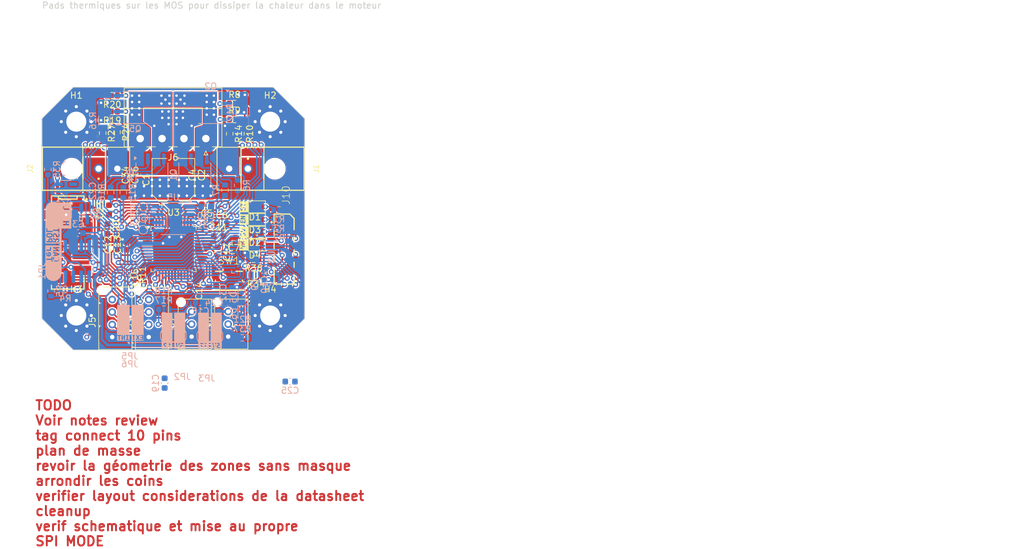
<source format=kicad_pcb>
(kicad_pcb (version 20221018) (generator pcbnew)
  (layers (0 "F.Cu" signal) (31 "B.Cu" signal) (34 "B.Paste" user) (35 "F.Paste" user) (36 "B.SilkS" user "B.Silkscreen") (37 "F.SilkS" user "F.Silkscreen") (38 "B.Mask" user) (39 "F.Mask" user) (44 "Edge.Cuts" user))
  (net 0 "")
  (net 1 "VPP")
  (net 2 "GND")
  (net 3 "+5V")
  (net 4 "/BMA1")
  (net 5 "/CA1")
  (net 6 "/BMA2")
  (net 7 "/CA2")
  (net 8 "+3.3V")
  (net 9 "Net-(U3-VCP)")
  (net 10 "Net-(U3-5VOUT)")
  (net 11 "Net-(U3-VCC)")
  (net 12 "Net-(U3-CPO)")
  (net 13 "Net-(J7-Pin_1)")
  (net 14 "Net-(J7-Pin_2)")
  (net 15 "/BMB1")
  (net 16 "/CB1")
  (net 17 "/BMB2")
  (net 18 "/CB2")
  (net 19 "Net-(J8-Pin_1)")
  (net 20 "Net-(J8-Pin_2)")
  (net 22 "/~{RST}")
  (net 23 "Net-(D1-K)")
  (net 24 "Net-(D2-K)")
  (net 25 "Net-(D3-K)")
  (net 26 "/STATUS")
  (net 27 "+12V")
  (net 28 "/SDA")
  (net 29 "/SCL")
  (net 30 "/AU")
  (net 31 "/RST")
  (net 32 "/CANH")
  (net 33 "/CANL")
  (net 34 "Net-(JP1-B)")
  (net 35 "Net-(JP4-B)")
  (net 36 "/EXT_ENC1_A")
  (net 37 "/EXT_ENC1_B")
  (net 38 "/ENC2_A")
  (net 39 "/ENC2_B")
  (net 40 "Net-(Q1A-G)")
  (net 41 "Net-(Q1B-G)")
  (net 42 "Net-(Q2A-S)")
  (net 43 "Net-(Q2A-G)")
  (net 44 "Net-(Q2B-G)")
  (net 45 "Net-(Q4A-G)")
  (net 46 "Net-(Q4B-G)")
  (net 47 "Net-(Q5A-S)")
  (net 48 "Net-(Q5A-G)")
  (net 49 "Net-(Q5B-G)")
  (net 50 "Net-(U1-Rs)")
  (net 51 "/HA1")
  (net 52 "/HA2")
  (net 53 "/LA1")
  (net 54 "/LA2")
  (net 55 "/SRAH")
  (net 56 "/SRAL")
  (net 57 "/HB1")
  (net 58 "/HB2")
  (net 59 "/SENSOR1")
  (net 60 "/LB1")
  (net 61 "/LB2")
  (net 62 "/SRBH")
  (net 63 "/SRBL")
  (net 64 "/INT_ENC1_A")
  (net 65 "/ENC1_A")
  (net 66 "/CAN_TX")
  (net 67 "/CAN_RX")
  (net 69 "/~{CS}")
  (net 70 "/SCK")
  (net 71 "/MOSI")
  (net 72 "/MISO")
  (net 73 "/STEP")
  (net 74 "/DIR")
  (net 78 "/DIAG0")
  (net 79 "/DIAG1")
  (net 80 "/~{DRV_EN}")
  (net 83 "/SWDIO")
  (net 84 "/SWCLK")
  (net 85 "/VCP_RX")
  (net 86 "/VCP_TX")
  (net 87 "Net-(U5-3.3V)")
  (net 88 "Net-(D4-K)")
  (net 89 "Net-(U5-SCL)")
  (net 90 "Net-(U5-SDA)")
  (net 91 "/INT_ENC1_B")
  (net 92 "/ENC1_B")
  (net 93 "/SENSOR2")
  (net 94 "Net-(U3-CPI)")
  (footprint "Resistor_SMD:R_0603_1608Metric" (layer "F.Cu") (at 51.816 27.432 -90)
    (fp_text reference "R10")
    (fp_text value "47")
  )
  (footprint "MountingHole:MountingHole_3.2mm_M3_Pad_Via" (layer "F.Cu") (at 56.5 56.5)
    (fp_text reference "H4")
    (fp_text value "M3")
  )
  (footprint "Capacitor_SMD:C_0603_1608Metric" (layer "F.Cu") (at 48.133 46.355 -90)
    (fp_text reference "C17")
    (fp_text value "22nF")
  )
  (footprint "ConnectorsEvo:B04B-PASK" (layer "F.Cu") (at 37.084 56.944 90)
    (fp_text reference "J4")
    (fp_text value "Encoder")
  )
  (footprint "kibuzzard-676F6C44" (layer "F.Cu") (at 52.324 45.212 90)
    (fp_text reference "kibuzzard-676F6C44" hide)
    (fp_text value "G***" hide)
  )
  (footprint "Resistor_SMD:R_0603_1608Metric" (layer "F.Cu") (at 54.229 50.038 180)
    (fp_text reference "R34")
    (fp_text value "10k")
  )
  (footprint "ConnectorsEvo:66200221022" (layer "F.Cu") (at 56.896 33.02 90)
    (fp_text reference "J1")
    (fp_text value "PSU")
  )
  (footprint "Capacitor_SMD:C_0603_1608Metric" (layer "F.Cu") (at 43.688 52.565 -90)
    (fp_text reference "C14")
    (fp_text value "100nF")
  )
  (footprint "Resistor_SMD:R_0603_1608Metric" (layer "F.Cu") (at 31.242 23.876 180)
    (fp_text reference "R19")
    (fp_text value "22")
  )
  (footprint "ConnectorsEvo:66200221022" (layer "F.Cu") (at 25.115 33.02 -90)
    (fp_text reference "J2")
    (fp_text value "PSU")
  )
  (footprint "Capacitor_SMD:C_0603_1608Metric" (layer "F.Cu") (at 36.322 34.036 90)
    (fp_text reference "C16")
    (fp_text value "470nF")
  )
  (footprint "WR-FPC:686108188822" (layer "F.Cu") (at 58.729 45.871 -90)
    (fp_text reference "J10")
    (fp_text value "Conn_01x08")
  )
  (footprint "Resistor_SMD:R_0603_1608Metric" (layer "F.Cu") (at 32.004 27.178 -90)
    (fp_text reference "R24")
    (fp_text value "47")
  )
  (footprint "Capacitor_SMD:C_0603_1608Metric" (layer "F.Cu") (at 45.466 34.036 90)
    (fp_text reference "C4")
    (fp_text value "470nF")
  )
  (footprint "MountingHole:MountingHole_3.2mm_M3_Pad_Via" (layer "F.Cu") (at 25.5 25.5)
    (fp_text reference "H1")
    (fp_text value "M3")
  )
  (footprint "Capacitor_SMD:C_0603_1608Metric" (layer "F.Cu") (at 50.673 47.117)
    (fp_text reference "C7")
    (fp_text value "10uF")
  )
  (footprint "Resistor_SMD:R_0603_1608Metric" (layer "F.Cu") (at 31.242 21.336 180)
    (fp_text reference "R20")
    (fp_text value "22")
  )
  (footprint "LED_SMD:LED_0805_2012Metric" (layer "F.Cu") (at 54.0535 39.116 180)
    (fp_text reference "D1")
    (fp_text value "RED")
  )
  (footprint "Capacitor_SMD:C_0603_1608Metric" (layer "F.Cu") (at 46.355 38.735 180)
    (fp_text reference "C5")
    (fp_text value "220nF")
  )
  (footprint "Capacitor_SMD:C_0603_1608Metric" (layer "F.Cu") (at 30.734 39.624 90)
    (fp_text reference "C23")
    (fp_text value "220nF")
  )
  (footprint "Resistor_SMD:R_0603_1608Metric" (layer "F.Cu") (at 34.671 50.038 -90)
    (fp_text reference "R11")
    (fp_text value "2.2R")
  )
  (footprint "Capacitor_SMD:C_0603_1608Metric" (layer "F.Cu") (at 36.322 50.419 90)
    (fp_text reference "C15")
    (fp_text value "470nF")
  )
  (footprint "Capacitor_SMD:C_0603_1608Metric" (layer "F.Cu") (at 48.768 41.91)
    (fp_text reference "C6")
    (fp_text value "220nF")
  )
  (footprint "kibuzzard-676F6C2F" (layer "F.Cu") (at 52.324 39.116 90)
    (fp_text reference "kibuzzard-676F6C2F" hide)
    (fp_text value "G***" hide)
  )
  (footprint "kibuzzard-676F6C3C" (layer "F.Cu") (at 52.324 43.18 90)
    (fp_text reference "kibuzzard-676F6C3C" hide)
    (fp_text value "G***" hide)
  )
  (footprint "ConnectorsEvo:690367281076" (layer "F.Cu") (at 24.13 44.831 -90)
    (fp_text reference "J3")
    (fp_text value "Bus Actuators")
  )
  (footprint "Resistor_SMD:R_0603_1608Metric" (layer "F.Cu") (at 53.848 47.498 180)
    (fp_text reference "R36")
    (fp_text value "510")
  )
  (footprint "ConnectorsEvo:B03B-PASK" (layer "F.Cu") (at 49.784 57.872 90)
    (fp_text reference "J8")
    (fp_text value "Sensor")
  )
  (footprint "Resistor_SMD:R_0603_1608Metric" (layer "F.Cu") (at 29.718 27.3304 -90)
    (fp_text reference "R27")
    (fp_text value "47")
  )
  (footprint "Capacitor_SMD:C_0603_1608Metric" (layer "F.Cu") (at 50.927 44.831 -90)
    (fp_text reference "C8")
    (fp_text value "100nF")
  )
  (footprint "Capacitor_SMD:CP_Elec_6.3x7.7" (layer "F.Cu") (at 41.021 34.798 90)
    (fp_text reference "C1")
    (fp_text value "470uF")
  )
  (footprint "Connector_Phoenix_MC:PhoenixContact_MC_1,5_4-G-3.5_1x04_P3.50mm_Horizontal" (layer "F.Cu") (at 46.216 28.2055 180)
    (fp_text reference "J6")
    (fp_text value "Motor")
  )
  (footprint "ComponentsEvo:435431019840" (layer "F.Cu") (at 49.911 50.927)
    (fp_text reference "SW1")
    (fp_text value "435431019840")
  )
  (footprint "Resistor_SMD:R_0603_1608Metric" (layer "F.Cu") (at 50.8 22.606)
    (fp_text reference "R8")
    (fp_text value "22")
  )
  (footprint "LED_SMD:LED_0805_2012Metric" (layer "F.Cu") (at 54.0535 43.18 180)
    (fp_text reference "D2")
    (fp_text value "RED")
  )
  (footprint "kibuzzard-676F6C1C" (layer "F.Cu") (at 52.324 41.148 90)
    (fp_text reference "kibuzzard-676F6C1C" hide)
    (fp_text value "G***" hide)
  )
  (footprint "MountingHole:MountingHole_3.2mm_M3_Pad_Via" (layer "F.Cu") (at 25.5 56.5)
    (fp_text reference "H3")
    (fp_text value "M3")
  )
  (footprint "Capacitor_SMD:C_0603_1608Metric" (layer "F.Cu") (at 48.26 43.815)
    (fp_text reference "C11")
    (fp_text value "100n")
  )
  (footprint "MountingHole:MountingHole_3.2mm_M3_Pad_Via" (layer "F.Cu") (at 56.5 25.5)
    (fp_text reference "H2")
    (fp_text value "M3")
  )
  (footprint "Capacitor_SMD:C_0603_1608Metric" (layer "F.Cu") (at 33.528 45.212 90)
    (fp_text reference "C13")
    (fp_text value "2.2uF")
  )
  (footprint "Capacitor_SMD:C_0603_1608Metric" (layer "F.Cu") (at 46.99 34.036 90)
    (fp_text reference "C2")
    (fp_text value "100nF")
  )
  (footprint "ConnectorsEvo:B04B-PASK" (layer "F.Cu") (at 31.242 56.944 90)
    (fp_text reference "J5")
    (fp_text value "Encoder")
  )
  (footprint "LED_SMD:LED_0805_2012Metric" (layer "F.Cu") (at 54.0535 45.212 180)
    (fp_text reference "D4")
    (fp_text value "YELLOW")
  )
  (footprint "Package_QFP:TQFP-48-1EP_7x7mm_P0.5mm_EP5x5mm" (layer "F.Cu") (at 41.051 45.877)
    (fp_text reference "U3")
    (fp_text value "TMC2160")
  )
  (footprint "Resistor_SMD:R_0603_1608Metric" (layer "F.Cu") (at 50.038 27.432 -90)
    (fp_text reference "R14")
    (fp_text value "47")
  )
  (footprint "Capacitor_SMD:C_0603_1608Metric" (layer "F.Cu") (at 32.004 45.212 90)
    (fp_text reference "C12")
    (fp_text value "2.2uF")
  )
  (footprint "Capacitor_SMD:C_0603_1608Metric" (layer "F.Cu") (at 34.798 34.049 90)
    (fp_text reference "C34")
    (fp_text value "100nF")
  )
  (footprint "LED_SMD:LED_0805_2012Metric" (layer "F.Cu") (at 54.0535 41.148 180)
    (fp_text reference "D3")
    (fp_text value "GREEN")
  )
  (footprint "ConnectorsEvo:B03B-PASK" (layer "F.Cu") (at 43.942 57.88 90)
    (fp_text reference "J7")
    (fp_text value "Sensor")
  )
  (footprint "Capacitor_SMD:C_0603_1608Metric" (layer "F.Cu") (at 30.48 42.659 -90)
    (fp_text reference "C20")
    (fp_text value "220nF")
  )
  (footprint "Resistor_SMD:R_0603_1608Metric" (layer "F.Cu") (at 50.8 25.146)
    (fp_text reference "R9")
    (fp_text value "22")
  )
  (footprint "kibuzzard-676B3F6A" (layer "B.Cu") (at 42.037 58.928 180)
    (fp_text reference "kibuzzard-676B3F6A" hide)
    (fp_text value "G***" hide)
  )
  (footprint "Package_TO_SOT_SMD:SOT-23-5" (layer "B.Cu") (at 23.876 36.449)
    (fp_text reference "U4")
    (fp_text value "NCP718xSN330")
  )
  (footprint "kibuzzard-676B40A4" (layer "B.Cu") (at 35.306 57.658 180)
    (fp_text reference "kibuzzard-676B40A4" hide)
    (fp_text value "G***" hide)
  )
  (footprint "Resistor_SMD:R_0603_1608Metric" (layer "B.Cu") (at 52.07 58.547 180)
    (fp_text reference "R21")
    (fp_text value "5.1k")
  )
  (footprint "kibuzzard-676B4093" (layer "B.Cu") (at 33.02 57.658 180)
    (fp_text reference "kibuzzard-676B4093" hide)
    (fp_text value "G***" hide)
  )
  (footprint "Resistor_SMD:R_0603_1608Metric" (layer "B.Cu") (at 30.988 36.83 -90)
    (fp_text reference "R16")
    (fp_text value "22")
  )
  (footprint "Jumper:SolderJumper-3_P1.3mm_Open_RoundedPad1.0x1.5mm" (layer "B.Cu") (at 41.021 59.69)
    (fp_text reference "JP2")
    (fp_text value "SolderJumper_3_Open")
  )
  (footprint "Package_SO:SOIC-8_3.9x4.9mm_P1.27mm" (layer "B.Cu") (at 41 41 180)
    (fp_text reference "U5")
    (fp_text value "AS5601")
  )
  (footprint "Package_SO:SO-8_3.9x4.9mm_P1.27mm" (layer "B.Cu") (at 34.925 23.241)
    (fp_text reference "Q5")
    (fp_text value "~")
  )
  (footprint "Package_SO:SO-8_3.9x4.9mm_P1.27mm" (layer "B.Cu") (at 46.99 23.241 180)
    (fp_text reference "Q2")
    (fp_text value "~")
  )
  (footprint "kibuzzard-676B4AC4" (layer "B.Cu") (at 21.844 41.656 90)
    (fp_text reference "kibuzzard-676B4AC4" hide)
    (fp_text value "G***" hide)
  )
  (footprint "Diode_SMD:D_SOD-523" (layer "B.Cu") (at 51.943 53.594 -90)
    (fp_text reference "D5")
    (fp_text value "3V")
  )
  (footprint "Resistor_SMD:R_0603_1608Metric" (layer "B.Cu") (at 57.912 39.624)
    (fp_text reference "R1")
    (fp_text value "4.7k")
  )
  (footprint "TestPoint:TestPoint_Pad_D1.0mm" (layer "B.Cu") (at 36.195 40.894 -90)
    (fp_text reference "TP3")
    (fp_text value "TestPoint")
  )
  (footprint "Resistor_SMD:R_0603_1608Metric" (layer "B.Cu") (at 23.749 52.324)
    (fp_text reference "R4")
    (fp_text value "120")
  )
  (footprint "Capacitor_SMD:C_0603_1608Metric" (layer "B.Cu") (at 57.023 51.562 -90)
    (fp_text reference "C10")
    (fp_text value "10nF")
  )
  (footprint "Resistor_SMD:R_0603_1608Metric" (layer "B.Cu") (at 49.276 36.449 -90)
    (fp_text reference "R7")
    (fp_text value "22")
  )
  (footprint "Resistor_SMD:R_1206_3216Metric" (layer "B.Cu") (at 29.972 25.3385 -90)
    (fp_text reference "R26")
    (fp_text value "75m")
  )
  (footprint "kibuzzard-676B4BE4" (layer "B.Cu") (at 23.495 40.513 90)
    (fp_text reference "kibuzzard-676B4BE4" hide)
    (fp_text value "G***" hide)
  )
  (footprint "Capacitor_SMD:C_0603_1608Metric" (layer "B.Cu") (at 26.67 36.576 90)
    (fp_text reference "C22")
    (fp_text value "1uF")
  )
  (footprint "Jumper:SolderJumper-3_P1.3mm_Open_RoundedPad1.0x1.5mm" (layer "B.Cu") (at 46.863 59.817)
    (fp_text reference "JP3")
    (fp_text value "SolderJumper_3_Open")
  )
  (footprint "TestPoint:TestPoint_Pad_D1.0mm" (layer "B.Cu") (at 36.195 42.799 180)
    (fp_text reference "TP4")
    (fp_text value "TestPoint")
  )
  (footprint "Capacitor_SMD:C_0603_1608Metric" (layer "B.Cu") (at 47.498 55.88 180)
    (fp_text reference "C24")
    (fp_text value "100nF")
  )
  (footprint "kibuzzard-676B3FA4" (layer "B.Cu") (at 45.847 58.928 180)
    (fp_text reference "kibuzzard-676B3FA4" hide)
    (fp_text value "G***" hide)
  )
  (footprint "Capacitor_SMD:C_0603_1608Metric" (layer "B.Cu") (at 22.479 33.134 90)
    (fp_text reference "C21")
    (fp_text value "1uF")
  )
  (footprint "Package_SO:SOIC-8_3.9x4.9mm_P1.27mm" (layer "B.Cu") (at 25.654 47.814 -90)
    (fp_text reference "U1")
    (fp_text value "MCP2551-I-SN")
  )
  (footprint "Capacitor_SMD:C_0603_1608Metric" (layer "B.Cu") (at 46.241 39.116)
    (fp_text reference "C30")
    (fp_text value "100nF")
  )
  (footprint "Capacitor_SMD:C_0603_1608Metric" (layer "B.Cu") (at 55.499 51.562 -90)
    (fp_text reference "C9")
    (fp_text value "100nF")
  )
  (footprint "Resistor_SMD:R_0603_1608Metric" (layer "B.Cu") (at 51.308 35.687 90)
    (fp_text reference "R6")
    (fp_text value "22")
  )
  (footprint "Capacitor_SMD:C_0603_1608Metric" (layer "B.Cu") (at 45.339 54.356)
    (fp_text reference "C18")
    (fp_text value "100nF")
  )
  (footprint "TestPoint:TestPoint_Pad_D1.0mm" (layer "B.Cu") (at 36.195 39.116 -90)
    (fp_text reference "TP2")
    (fp_text value "TestPoint")
  )
  (footprint "Resistor_SMD:R_0603_1608Metric" (layer "B.Cu") (at 20.955 33.147 90)
    (fp_text reference "R35")
    (fp_text value "10k")
  )
  (footprint "Capacitor_SMD:C_0603_1608Metric" (layer "B.Cu") (at 46.228 40.64)
    (fp_text reference "C31")
    (fp_text value "1uF")
  )
  (footprint "Capacitor_SMD:C_0603_1608Metric" (layer "B.Cu") (at 39.624 67.31 -90)
    (fp_text reference "C19")
    (fp_text value "100nF")
  )
  (footprint "Resistor_SMD:R_0603_1608Metric" (layer "B.Cu") (at 52.07 60.071 180)
    (fp_text reference "R37")
    (fp_text value "10k")
  )
  (footprint "ComponentsEvo:QFN-32-1EP_5x5mm_P0.5mm_EP3.45x3.45mm-Without thermal pad" (layer "B.Cu") (at 52.959 47.117 90)
    (fp_text reference "U2")
    (fp_text value "STM32G491KEUx")
  )
  (footprint "Jumper:SolderJumper-2_P1.3mm_Open_RoundedPad1.0x1.5mm" (layer "B.Cu") (at 21.844 49.418 -90)
    (fp_text reference "JP1")
    (fp_text value "Jumper_2_Open")
  )
  (footprint "Resistor_SMD:R_0603_1608Metric" (layer "B.Cu") (at 39.497 55.499 180)
    (fp_text reference "R17")
    (fp_text value "5.1k")
  )
  (footprint "Diode_SMD:D_SOD-523" (layer "B.Cu") (at 51.943 56.196 -90)
    (fp_text reference "D6")
    (fp_text value "3V")
  )
  (footprint "Capacitor_SMD:C_0603_1608Metric" (layer "B.Cu") (at 25.781 43.307 180)
    (fp_text reference "C3")
    (fp_text value "100nF")
  )
  (footprint "Jumper:SolderJumper-3_P1.3mm_Open_RoundedPad1.0x1.5mm" (layer "B.Cu") (at 21.844 40.513 -90)
    (fp_text reference "JP4")
    (fp_text value "SolderJumper_3_Open")
  )
  (footprint "kibuzzard-676B3F6A" (layer "B.Cu") (at 47.879 58.928 180)
    (fp_text reference "kibuzzard-676B3F6A" hide)
    (fp_text value "G***" hide)
  )
  (footprint "Package_TO_SOT_SMD:SOT-23" (layer "B.Cu") (at 26.289 40.259 90)
    (fp_text reference "Q6")
    (fp_text value "Q_NMOS_GSD")
  )
  (footprint "kibuzzard-676B4A85" (layer "B.Cu") (at 21.844 48.133 90)
    (fp_text reference "kibuzzard-676B4A85" hide)
    (fp_text value "G***" hide)
  )
  (footprint "Resistor_SMD:R_0603_1608Metric" (layer "B.Cu") (at 33.02 36.83 90)
    (fp_text reference "R15")
    (fp_text value "22")
  )
  (footprint "Resistor_SMD:R_0603_1608Metric" (layer "B.Cu") (at 21.463 52.578 90)
    (fp_text reference "R5")
    (fp_text value "0")
  )
  (footprint "Package_SO:SO-8_3.9x4.9mm_P1.27mm" (layer "B.Cu") (at 37.592 34.036 -90)
    (fp_text reference "Q4")
    (fp_text value "~")
  )
  (footprint "Resistor_SMD:R_0603_1608Metric" (layer "B.Cu") (at 39.497 53.975 180)
    (fp_text reference "R18")
    (fp_text value "10k")
  )
  (footprint "Resistor_SMD:R_0603_1608Metric" (layer "B.Cu") (at 57.912 42.672)
    (fp_text reference "R2")
    (fp_text value "510")
  )
  (footprint "Capacitor_SMD:C_0603_1608Metric" (layer "B.Cu") (at 50.419 52.832 -90)
    (fp_text reference "C32")
    (fp_text value "100nF")
  )
  (footprint "Jumper:SolderJumper-3_P1.3mm_Open_RoundedPad1.0x1.5mm" (layer "B.Cu") (at 34.163 56.007)
    (fp_text reference "JP5")
    (fp_text value "SolderJumper_3_Open")
  )
  (footprint "Jumper:SolderJumper-3_P1.3mm_Open_RoundedPad1.0x1.5mm" (layer "B.Cu") (at 34.163 58.039)
    (fp_text reference "JP6")
    (fp_text value "SolderJumper_3_Open")
  )
  (footprint "Resistor_SMD:R_0603_1608Metric" (layer "B.Cu") (at 57.912 41.148)
    (fp_text reference "R3")
    (fp_text value "510")
  )
  (footprint "Package_SO:SO-8_3.9x4.9mm_P1.27mm" (layer "B.Cu") (at 44.45 34.036 -90)
    (fp_text reference "Q1")
    (fp_text value "~")
  )
  (footprint "Resistor_SMD:R_1206_3216Metric" (layer "B.Cu") (at 51.943 24.0685 -90)
    (fp_text reference "R12")
    (fp_text value "75m")
  )
  (footprint "Capacitor_SMD:C_0603_1608Metric" (layer "B.Cu") (at 59.69 67.056)
    (fp_text reference "C25")
    (fp_text value "100nF")
  )
  (footprint "kibuzzard-676B3FA4" (layer "B.Cu") (at 40.005 58.928 180)
    (fp_text reference "kibuzzard-676B3FA4" hide)
    (fp_text value "G***" hide)
  )
  (gr_rect (start 48.006 29.591) (end 55.499 36.449) (stroke (width 0.15)) (fill none) (layer "F.SilkS"))
  (gr_rect (start 26.543 29.591) (end 34.036 36.449) (stroke (width 0.15)) (fill none) (layer "F.SilkS"))
  (gr_line (start 57 20) (end 62 25) (stroke (width 0.1)) (layer "Edge.Cuts"))
  (gr_line (start 25 20) (end 57 20) (stroke (width 0.1)) (layer "Edge.Cuts"))
  (gr_line (start 62 25) (end 62 57) (stroke (width 0.1)) (layer "Edge.Cuts"))
  (gr_line (start 20 57) (end 20 25) (stroke (width 0.1)) (layer "Edge.Cuts"))
  (gr_line (start 20 57) (end 25 62) (stroke (width 0.1)) (layer "Edge.Cuts"))
  (gr_line (start 20 25) (end 25 20) (stroke (width 0.1)) (layer "Edge.Cuts"))
  (gr_line (start 57 62) (end 25 62) (stroke (width 0.1)) (layer "Edge.Cuts"))
  (gr_line (start 57 62) (end 62 57) (stroke (width 0.1)) (layer "Edge.Cuts"))
  (gr_text "TODO\nVoir notes review\ntag connect 10 pins\nplan de masse\nrevoir la géometrie des zones sans masque\narrondir les coins\nverifier layout considerations de la datasheet\ncleanup\nverif schematique et mise au propre\nSPI MODE" (at 18.796 93.472) (layer "F.Cu") (effects (font (size 1.5 1.5) (thickness 0.3) bold) (justify left bottom)))
  (gr_text "Pads thermiques sur les MOS pour dissiper la chaleur dans le moteur\n" (at 19.939 7.493) (layer "Edge.Cuts") (effects (font (size 1 1)) (justify left bottom)))
  (segment (start 53.116 39.116) (end 51.925383 39.116) (width 0.25) (layer "F.Cu") (net 1))
  (segment (start 49.0855 43.815) (end 51.925383 40.975117) (width 0.25) (layer "F.Cu") (net 1))
  (segment (start 45.2135 44.627) (end 46.913 44.627) (width 0.25) (layer "F.Cu") (net 1))
  (segment (start 48.146 44.704) (end 49.035 43.815) (width 0.25) (layer "F.Cu") (net 1))
  (segment (start 51.925383 39.116) (end 51.925383 37.338) (width 0.25) (layer "F.Cu") (net 1))
  (segment (start 46.99 44.704) (end 48.146 44.704) (width 0.25) (layer "F.Cu") (net 1))
  (segment (start 49.035 43.815) (end 49.0855 43.815) (width 0.25) (layer "F.Cu") (net 1))
  (segment (start 51.925383 37.338) (end 46.99 37.338) (width 0.25) (layer "F.Cu") (net 1))
  (segment (start 46.913 44.627) (end 46.99 44.704) (width 0.25) (layer "F.Cu") (net 1))
  (segment (start 51.925383 40.975117) (end 51.925383 39.116) (width 0.25) (layer "F.Cu") (net 1))
  (via (at 46.99 37.338) (size 0.8) (drill 0.4) (layers "F.Cu" "B.Cu") (net 1))
  (via (at 36.322 37.338) (size 0.8) (drill 0.4) (layers "F.Cu" "B.Cu") (net 1))
  (via (at 38.862 34.798) (size 0.8) (drill 0.4) (layers "F.Cu" "B.Cu") (net 1))
  (via (at 38.862 37.338) (size 0.8) (drill 0.4) (layers "F.Cu" "B.Cu") (net 1))
  (via (at 34.925 35.814) (size 0.8) (drill 0.4) (layers "F.Cu" "B.Cu") (net 1))
  (via (at 43.18 35.814) (size 0.8) (drill 0.4) (layers "F.Cu" "B.Cu") (net 1))
  (via (at 40.259 34.798) (size 0.8) (drill 0.4) (layers "F.Cu" "B.Cu") (net 1))
  (via (at 40.259 35.814) (size 0.8) (drill 0.4) (layers "F.Cu" "B.Cu") (net 1))
  (via (at 40.132 37.338) (size 0.8) (drill 0.4) (layers "F.Cu" "B.Cu") (net 1))
  (via (at 43.18 34.798) (size 0.8) (drill 0.4) (layers "F.Cu" "B.Cu") (net 1))
  (via (at 45.72 35.814) (size 0.8) (drill 0.4) (layers "F.Cu" "B.Cu") (net 1))
  (via (at 37.592 37.338) (size 0.8) (drill 0.4) (layers "F.Cu" "B.Cu") (net 1))
  (via (at 37.592 35.814) (size 0.8) (drill 0.4) (layers "F.Cu" "B.Cu") (net 1))
  (via (at 37.592 34.798) (size 0.8) (drill 0.4) (layers "F.Cu" "B.Cu") (net 1))
  (via (at 46.99 35.814) (size 0.8) (drill 0.4) (layers "F.Cu" "B.Cu") (net 1))
  (via (at 41.91 35.814) (size 0.8) (drill 0.4) (layers "F.Cu" "B.Cu") (net 1))
  (via (at 45.72 37.338) (size 0.8) (drill 0.4) (layers "F.Cu" "B.Cu") (net 1))
  (via (at 44.45 34.798) (size 0.8) (drill 0.4) (layers "F.Cu" "B.Cu") (net 1))
  (via (at 38.862 35.814) (size 0.8) (drill 0.4) (layers "F.Cu" "B.Cu") (net 1))
  (via (at 44.45 35.814) (size 0.8) (drill 0.4) (layers "F.Cu" "B.Cu") (net 1))
  (via (at 34.925 37.338) (size 0.8) (drill 0.4) (layers "F.Cu" "B.Cu") (net 1))
  (via (at 43.18 37.338) (size 0.8) (drill 0.4) (layers "F.Cu" "B.Cu") (net 1))
  (via (at 36.322 35.814) (size 0.8) (drill 0.4) (layers "F.Cu" "B.Cu") (net 1))
  (via (at 44.45 37.338) (size 0.8) (drill 0.4) (layers "F.Cu" "B.Cu") (net 1))
  (via (at 41.91 34.798) (size 0.8) (drill 0.4) (layers "F.Cu" "B.Cu") (net 1))
  (via (at 41.91 37.338) (size 0.8) (drill 0.4) (layers "F.Cu" "B.Cu") (net 1))
  (segment (start 30.8864 26.416) (end 30.797 26.5054) (width 0.25) (layer "F.Cu") (net 2))
  (segment (start 50.038 26.607) (end 49.721 26.607) (width 0.25) (layer "F.Cu") (net 2))
  (segment (start 30.797 26.5054) (end 29.718 26.5054) (width 0.25) (layer "F.Cu") (net 2))
  (segment (start 49.721 26.607) (end 49.276 26.162) (width 0.25) (layer "F.Cu") (net 2))
  (via (at 32.893 44.323) (size 0.8) (drill 0.4) (layers "F.Cu" "B.Cu") (net 2))
  (via (at 40.386 43.942) (size 0.8) (drill 0.4) (layers "F.Cu" "B.Cu") (net 2))
  (via (at 54.229 46.355) (size 0.8) (drill 0.4) (layers "F.Cu" "B.Cu") (net 2))
  (via (at 39.37 44.958) (size 0.8) (drill 0.4) (layers "F.Cu" "B.Cu") (net 2))
  (via (at 49.276 26.162) (size 0.8) (drill 0.4) (layers "F.Cu" "B.Cu") (net 2))
  (via (at 30.8864 26.416) (size 0.8) (drill 0.4) (layers "F.Cu" "B.Cu") (net 2))
  (via (at 37.063479 42.363742) (size 0.8) (drill 0.4) (layers "F.Cu" "B.Cu") (net 2))
  (via (at 52.451 46.482) (size 0.8) (drill 0.4) (layers "F.Cu" "B.Cu") (net 2))
  (via (at 42.291 43.9425) (size 0.8) (drill 0.4) (layers "F.Cu" "B.Cu") (net 2))
  (via (at 51.689 47.879) (size 0.8) (drill 0.4) (layers "F.Cu" "B.Cu") (net 2))
  (segment (start 47.003 39.129) (end 47.016 39.116) (width 0.25) (layer "B.Cu") (net 2))
  (segment (start 43.708 42.672) (end 45.467396 42.672) (width 0.25) (layer "B.Cu") (net 2))
  (segment (start 43.475 42.905) (end 43.708 42.672) (width 0.25) (layer "B.Cu") (net 2))
  (segment (start 47.003 41.136396) (end 47.003 40.64) (width 0.25) (layer "B.Cu") (net 2))
  (segment (start 47.003 40.64) (end 47.003 39.129) (width 0.25) (layer "B.Cu") (net 2))
  (segment (start 45.467396 42.672) (end 47.003 41.136396) (width 0.25) (layer "B.Cu") (net 2))
  (segment (start 34.3635 41.3285) (end 35.100047 41.3285) (width 0.25) (layer "F.Cu") (net 3))
  (segment (start 29.270705 43.254888) (end 29.866591 42.659) (width 0.25) (layer "F.Cu") (net 3))
  (segment (start 24.765 39.116) (end 22.479 36.83) (width 0.5) (layer "F.Cu") (net 3))
  (segment (start 22.479 36.83) (end 22.479 34.544) (width 0.5) (layer "F.Cu") (net 3))
  (segment (start 33.181067 43.042) (end 33.545476 42.677591) (width 0.25) (layer "F.Cu") (net 3))
  (segment (start 29.866591 42.659) (end 30.957818 42.659) (width 0.25) (layer "F.Cu") (net 3))
  (segment (start 33.545476 42.677591) (end 33.545476 42.146524) (width 0.25) (layer "F.Cu") (net 3))
  (segment (start 29.083 43.067183) (end 29.083 40.132) (width 0.5) (layer "F.Cu") (net 3))
  (segment (start 31.340818 43.042) (end 33.181067 43.042) (width 0.25) (layer "F.Cu") (net 3))
  (segment (start 28.067 39.116) (end 24.765 39.116) (width 0.5) (layer "F.Cu") (net 3))
  (segment (start 29.270705 43.254888) (end 29.083 43.067183) (width 0.5) (layer "F.Cu") (net 3))
  (segment (start 30.957818 42.659) (end 31.340818 43.042) (width 0.25) (layer "F.Cu") (net 3))
  (segment (start 33.545476 42.146524) (end 34.3635 41.3285) (width 0.25) (layer "F.Cu") (net 3))
  (segment (start 29.083 40.132) (end 28.067 39.116) (width 0.5) (layer "F.Cu") (net 3))
  (via (at 29.270705 43.254888) (size 0.8) (drill 0.4) (layers "F.Cu" "B.Cu") (net 3))
  (via (at 22.479 34.544) (size 0.8) (drill 0.4) (layers "F.Cu" "B.Cu") (net 3))
  (via (at 35.100047 41.3285) (size 0.8) (drill 0.4) (layers "F.Cu" "B.Cu") (net 3))
  (segment (start 26.289 43.574) (end 26.289 45.339) (width 0.25) (layer "B.Cu") (net 3))
  (segment (start 45.466 39.116) (end 43.496 39.116) (width 0.25) (layer "B.Cu") (net 3))
  (segment (start 29.270705 43.254888) (end 29.477912 43.462095) (width 0.5) (layer "B.Cu") (net 3))
  (segment (start 29.270705 43.254888) (end 26.608112 43.254888) (width 0.25) (layer "B.Cu") (net 3))
  (segment (start 29.591 54.102) (end 29.591 60.325) (width 0.5) (layer "B.Cu") (net 3))
  (segment (start 28.448 50.349462) (end 28.448 52.959) (width 0.5) (layer "B.Cu") (net 3))
  (segment (start 22.173316 35.499) (end 22.102658 35.499) (width 0.5) (layer "B.Cu") (net 3))
  (segment (start 35.100047 39.046028) (end 35.849986 38.296089) (width 0.25) (layer "B.Cu") (net 3))
  (segment (start 35.100047 41.3285) (end 35.100047 39.046028) (width 0.25) (layer "B.Cu") (net 3))
  (segment (start 21.59 36.011658) (end 21.59 36.912999) (width 0.5) (layer "B.Cu") (net 3))
  (segment (start 22.7385 35.499) (end 22.173316 35.499) (width 0.5) (layer "B.Cu") (net 3))
  (segment (start 43.496 39.116) (end 43.475 39.095) (width 0.25) (layer "B.Cu") (net 3))
  (segment (start 48.163 59.309) (end 48.163 60.295) (width 0.25) (layer "B.Cu") (net 3))
  (segment (start 35.849986 38.296089) (end 44.646089 38.296089) (width 0.25) (layer "B.Cu") (net 3))
  (segment (start 48.163 60.295) (end 47.117 61.341) (width 0.25) (layer "B.Cu") (net 3))
  (segment (start 22.479 33.909) (end 22.479 35.2395) (width 0.5) (layer "B.Cu") (net 3))
  (segment (start 22.076001 37.399) (end 22.7385 37.399) (width 0.5) (layer "B.Cu") (net 3))
  (segment (start 29.477912 43.462095) (end 29.477912 49.31955) (width 0.5) (layer "B.Cu") (net 3))
  (segment (start 30.48 61.214) (end 42.037 61.214) (width 0.5) (layer "B.Cu") (net 3))
  (segment (start 21.59 36.912999) (end 22.076001 37.399) (width 0.5) (layer "B.Cu") (net 3))
  (segment (start 28.448 52.959) (end 29.591 54.102) (width 0.5) (layer "B.Cu") (net 3))
  (segment (start 42.321 59.309) (end 42.321 60.93) (width 0.25) (layer "B.Cu") (net 3))
  (segment (start 44.646089 38.296089) (end 45.466 39.116) (width 0.25) (layer "B.Cu") (net 3))
  (segment (start 26.608112 43.254888) (end 26.289 43.574) (width 0.25) (layer "B.Cu") (net 3))
  (segment (start 42.321 60.93) (end 42.037 61.214) (width 0.25) (layer "B.Cu") (net 3))
  (segment (start 22.102658 35.499) (end 21.59 36.011658) (width 0.5) (layer "B.Cu") (net 3))
  (segment (start 47.117 61.341) (end 42.037 61.341) (width 0.25) (layer "B.Cu") (net 3))
  (segment (start 29.477912 49.31955) (end 28.448 50.349462) (width 0.5) (layer "B.Cu") (net 3))
  (segment (start 29.591 60.325) (end 30.48 61.214) (width 0.5) (layer "B.Cu") (net 3))
  (segment (start 42.037 61.341) (end 42.037 61.214) (width 0.25) (layer "B.Cu") (net 3))
  (segment (start 22.479 35.2395) (end 22.7385 35.499) (width 0.5) (layer "B.Cu") (net 3))
  (segment (start 43.174812 39.752) (end 42.301 40.625812) (width 0.25) (layer "F.Cu") (net 4))
  (segment (start 48.624598 39.778922) (end 48.653284 39.807608) (width 0.25) (layer "F.Cu") (net 4))
  (segment (start 48.623746 39.779774) (end 48.474226 39.779774) (width 0.25) (layer "F.Cu") (net 4))
  (segment (start 44.416556 39.752) (end 43.174812 39.752) (width 0.25) (layer "F.Cu") (net 4))
  (segment (start 44.785556 40.121) (end 44.416556 39.752) (width 0.25) (layer "F.Cu") (net 4))
  (segment (start 49.621218 39.807608) (end 49.989842 39.438984) (width 0.25) (layer "F.Cu") (net 4))
  (segment (start 48.653284 39.807608) (end 49.621218 39.807608) (width 0.25) (layer "F.Cu") (net 4))
  (segment (start 49.657 38.227) (end 47.638 38.227) (width 0.25) (layer "F.Cu") (net 4))
  (segment (start 48.624598 39.778922) (end 48.28252 40.121) (width 0.25) (layer "F.Cu") (net 4))
  (segment (start 48.624598 39.778922) (end 48.623746 39.779774) (width 0.25) (layer "F.Cu") (net 4))
  (segment (start 47.638 38.227) (end 47.13 38.735) (width 0.25) (layer "F.Cu") (net 4))
  (segment (start 49.989842 39.438984) (end 49.989842 38.559842) (width 0.25) (layer "F.Cu") (net 4))
  (segment (start 48.28252 40.121) (end 44.785556 40.121) (width 0.25) (layer "F.Cu") (net 4))
  (segment (start 49.989842 38.559842) (end 49.657 38.227) (width 0.25) (layer "F.Cu") (net 4))
  (segment (start 42.301 40.625812) (end 42.301 41.7145) (width 0.25) (layer "F.Cu") (net 4))
  (via (at 46.355 24.384) (size 0.8) (drill 0.4) (layers "F.Cu" "B.Cu") (net 4))
  (via (at 42.799 21.336) (size 0.8) (drill 0.4) (layers "F.Cu" "B.Cu") (net 4))
  (via (at 46.355 21.336) (size 0.8) (drill 0.4) (layers "F.Cu" "B.Cu") (net 4))
  (via (at 46.355 23.368) (size 0.8) (drill 0.4) (layers "F.Cu" "B.Cu") (net 4))
  (via (at 48.624598 39.778922) (size 0.8) (drill 0.4) (layers "F.Cu" "B.Cu") (net 4))
  (via (at 41.529 22.606) (size 0.8) (drill 0.4) (layers "F.Cu" "B.Cu") (net 4))
  (via (at 47.498 24.384) (size 0.8) (drill 0.4) (layers "F.Cu" "B.Cu") (net 4))
  (via (at 42.799 22.606) (size 0.8) (drill 0.4) (layers "F.Cu" "B.Cu") (net 4))
  (via (at 47.498 23.368) (size 0.8) (drill 0.4) (layers "F.Cu" "B.Cu") (net 4))
  (via (at 47.498 22.352) (size 0.8) (drill 0.4) (layers "F.Cu" "B.Cu") (net 4))
  (via (at 41.529 21.336) (size 0.8) (drill 0.4) (layers "F.Cu" "B.Cu") (net 4))
  (via (at 42.164 21.971) (size 0.8) (drill 0.4) (layers "F.Cu" "B.Cu") (net 4))
  (via (at 47.498 21.336) (size 0.8) (drill 0.4) (layers "F.Cu" "B.Cu") (net 4))
  (via (at 46.355 22.352) (size 0.8) (drill 0.4) (layers "F.Cu" "B.Cu") (net 4))
  (segment (start 45.085 32.335999) (end 45.085 31.461) (width 0.25) (layer "B.Cu") (net 4))
  (segment (start 48.835604 34.74) (end 46.988604 32.893) (width 0.25) (layer "B.Cu") (net 4))
  (segment (start 50.292 37.719) (end 50.292 35.052) (width 0.25) (layer "B.Cu") (net 4))
  (segment (start 50.292 35.052) (end 49.98 34.74) (width 0.25) (layer "B.Cu") (net 4))
  (segment (start 48.329 39.483324) (end 48.329 38.922792) (width 0.25) (layer "B.Cu") (net 4))
  (segment (start 48.329 38.922792) (end 49.093792 38.158) (width 0.25) (layer "B.Cu") (net 4))
  (segment (start 49.853 38.158) (end 50.292 37.719) (width 0.25) (layer "B.Cu") (net 4))
  (segment (start 46.988604 32.893) (end 45.642001 32.893) (width 0.25) (layer "B.Cu") (net 4))
  (segment (start 49.98 34.74) (end 48.835604 34.74) (width 0.25) (layer "B.Cu") (net 4))
  (segment (start 48.624598 39.778922) (end 48.329 39.483324) (width 0.25) (layer "B.Cu") (net 4))
  (segment (start 49.093792 38.158) (end 49.853 38.158) (width 0.25) (layer "B.Cu") (net 4))
  (segment (start 45.642001 32.893) (end 45.085 32.335999) (width 0.25) (layer "B.Cu") (net 4))
  (segment (start 45.463 38.852) (end 45.58 38.735) (width 0.25) (layer "F.Cu") (net 5))
  (segment (start 41.301 40.35302) (end 42.80202 38.852) (width 0.25) (layer "F.Cu") (net 5))
  (segment (start 42.80202 38.852) (end 45.463 38.852) (width 0.25) (layer "F.Cu") (net 5))
  (segment (start 41.301 41.7145) (end 41.301 40.35302) (width 0.25) (layer "F.Cu") (net 5))
  (segment (start 45.05 41.746) (end 44.286 41.746) (width 0.25) (layer "F.Cu") (net 6))
  (segment (start 47.7455 41.91) (end 47.993 41.91) (width 0.25) (layer "F.Cu") (net 6))
  (segment (start 44.286 41.746) (end 44.2545 41.7145) (width 0.25) (layer "F.Cu") (net 6))
  (segment (start 45.05 41.746) (end 45.63 41.746) (width 0.25) (layer "F.Cu") (net 6))
  (segment (start 45.63 41.746) (end 45.842 41.534) (width 0.25) (layer "F.Cu") (net 6))
  (segment (start 44.2545 41.7145) (end 43.801 41.7145) (width 0.25) (layer "F.Cu") (net 6))
  (segment (start 45.842 41.534) (end 47.3695 41.534) (width 0.25) (layer "F.Cu") (net 6))
  (segment (start 47.3695 41.534) (end 47.7455 41.91) (width 0.25) (layer "F.Cu") (net 6))
  (via (at 41.529 25.908) (size 0.8) (drill 0.4) (layers "F.Cu" "B.Cu") (net 6))
  (via (at 41.529 23.876) (size 0.8) (drill 0.4) (layers "F.Cu" "B.Cu") (net 6))
  (via (at 42.545 24.892) (size 0.8) (drill 0.4) (layers "F.Cu" "B.Cu") (net 6))
  (via (at 41.529 24.892) (size 0.8) (drill 0.4) (layers "F.Cu" "B.Cu") (net 6))
  (via (at 43.942 26.162) (size 0.8) (drill 0.4) (layers "F.Cu" "B.Cu") (net 6))
  (via (at 45.05 41.746) (size 0.8) (drill 0.4) (layers "F.Cu" "B.Cu") (net 6))
  (via (at 42.545 23.876) (size 0.8) (drill 0.4) (layers "F.Cu" "B.Cu") (net 6))
  (segment (start 45.757 41.746) (end 46.228 41.275) (width 0.25) (layer "B.Cu") (net 6))
  (segment (start 46.241 40.119) (end 46.241 38.631948) (width 0.25) (layer "B.Cu") (net 6))
  (segment (start 46.645948 38.227) (end 47.752 38.227) (width 0.25) (layer "B.Cu") (net 6))
  (segment (start 48.26 35.437188) (end 46.615812 33.793) (width 0.25) (layer "B.Cu") (net 6))
  (segment (start 47.752 38.227) (end 48.26 37.719) (width 0.25) (layer "B.Cu") (net 6))
  (segment (start 42.545 32.335999) (end 42.545 31.461) (width 0.25) (layer "B.Cu") (net 6))
  (segment (start 46.228 40.132) (end 46.241 40.119) (width 0.25) (layer "B.Cu") (net 6))
  (segment (start 46.615812 33.793) (end 44.002001 33.793) (width 0.25) (layer "B.Cu") (net 6))
  (segment (start 45.05 41.746) (end 45.757 41.746) (width 0.25) (layer "B.Cu") (net 6))
  (segment (start 48.26 37.719) (end 48.26 35.437188) (width 0.25) (layer "B.Cu") (net 6))
  (segment (start 44.002001 33.793) (end 42.545 32.335999) (width 0.25) (layer "B.Cu") (net 6))
  (segment (start 46.241 38.631948) (end 46.645948 38.227) (width 0.25) (layer "B.Cu") (net 6))
  (segment (start 46.228 41.275) (end 46.228 40.132) (width 0.25) (layer "B.Cu") (net 6))
  (segment (start 49.543 42.151) (end 49.543 41.91) (width 0.25) (layer "F.Cu") (net 7))
  (segment (start 46.7385 42.9845) (end 48.7095 42.9845) (width 0.25) (layer "F.Cu") (net 7))
  (segment (start 46.096 43.627) (end 46.7385 42.9845) (width 0.25) (layer "F.Cu") (net 7))
  (segment (start 48.7095 42.9845) (end 49.543 42.151) (width 0.25) (layer "F.Cu") (net 7))
  (segment (start 45.2135 43.627) (end 46.096 43.627) (width 0.25) (layer "F.Cu") (net 7))
  (segment (start 49.911 46.355) (end 49.911 47.104) (width 0.5) (layer "F.Cu") (net 8))
  (segment (start 52.470538 52.705) (end 44.603 52.705) (width 0.25) (layer "F.Cu") (net 8))
  (segment (start 30.683736 50.756716) (end 33.018569 53.091549) (width 0.25) (layer "F.Cu") (net 8))
  (segment (start 49.911 47.104) (end 49.898 47.117) (width 0.5) (layer "F.Cu") (net 8))
  (segment (start 49.53 44.958) (end 50.432 44.056) (width 0.5) (layer "F.Cu") (net 8))
  (segment (start 55.7735 50.7575) (end 55.054 50.038) (width 0.25) (layer "F.Cu") (net 8))
  (segment (start 37.1973 51.955004) (end 38.074296 52.832) (width 0.25) (layer "F.Cu") (net 8))
  (segment (start 35.625843 53.526461) (end 37.1973 51.955004) (width 0.25) (layer "F.Cu") (net 8))
  (segment (start 30.296065 50.756716) (end 30.683736 50.756716) (width 0.25) (layer "F.Cu") (net 8))
  (segment (start 35.178012 53.779848) (end 35.431399 53.526461) (width 0.25) (layer "F.Cu") (net 8))
  (segment (start 53.116 43.18) (end 54.116 42.18) (width 0.2) (layer "F.Cu") (net 8))
  (segment (start 42.482522 51.118522) (end 43.016522 51.118522) (width 0.25) (layer "F.Cu") (net 8))
  (segment (start 53.073 44.056) (end 53.116 44.099) (width 0.25) (layer "F.Cu") (net 8))
  (segment (start 55.054 50.121538) (end 52.470538 52.705) (width 0.25) (layer "F.Cu") (net 8))
  (segment (start 49.53 45.974) (end 49.53 44.958) (width 0.5) (layer "F.Cu") (net 8))
  (segment (start 43.688 51.795305) (end 43.688 51.79) (width 0.25) (layer "F.Cu") (net 8))
  (segment (start 50.432 44.056) (end 50.927 44.056) (width 0.5) (layer "F.Cu") (net 8))
  (segment (start 35.431399 53.526461) (end 35.625843 53.526461) (width 0.25) (layer "F.Cu") (net 8))
  (segment (start 34.051383 53.779848) (end 35.178012 53.779848) (width 0.25) (layer "F.Cu") (net 8))
  (segment (start 55.054 50.038) (end 55.054 50.121538) (width 0.25) (layer "F.Cu") (net 8))
  (segment (start 33.363084 53.091549) (end 34.051383 53.779848) (width 0.25) (layer "F.Cu") (net 8))
  (segment (start 54.116 42.18) (end 56.688 42.18) (width 0.2) (layer "F.Cu") (net 8))
  (segment (start 42.301 50.0395) (end 42.301 50.937) (width 0.25) (layer "F.Cu") (net 8))
  (segment (start 43.016522 51.118522) (end 43.688 51.79) (width 0.25) (layer "F.Cu") (net 8))
  (segment (start 41.801 50.0395) (end 42.301 50.0395) (width 0.25) (layer "F.Cu") (net 8))
  (segment (start 38.074296 52.832) (end 42.651305 52.832) (width 0.25) (layer "F.Cu") (net 8))
  (segment (start 42.651305 52.832) (end 43.688 51.795305) (width 0.25) (layer "F.Cu") (net 8))
  (segment (start 56.688 42.18) (end 56.879 42.371) (width 0.2) (layer "F.Cu") (net 8))
  (segment (start 33.018569 53.091549) (end 33.363084 53.091549) (width 0.25) (layer "F.Cu") (net 8))
  (segment (start 42.301 50.937) (end 42.482522 51.118522) (width 0.25) (layer "F.Cu") (net 8))
  (segment (start 49.53 45.974) (end 49.911 46.355) (width 0.5) (layer "F.Cu") (net 8))
  (segment (start 56.261 50.7575) (end 55.7735 50.7575) (width 0.25) (layer "F.Cu") (net 8))
  (segment (start 50.927 44.056) (end 53.073 44.056) (width 0.25) (layer "F.Cu") (net 8))
  (segment (start 53.116 43.18) (end 53.116 45.212) (width 0.25) (layer "F.Cu") (net 8))
  (segment (start 44.603 52.705) (end 43.688 51.79) (width 0.25) (layer "F.Cu") (net 8))
  (via (at 37.1973 51.955004) (size 0.8) (drill 0.4) (layers "F.Cu" "B.Cu") (net 8))
  (via (at 30.296065 50.756716) (size 0.8) (drill 0.4) (layers "F.Cu" "B.Cu") (net 8))
  (via (at 56.261 50.7575) (size 0.8) (drill 0.4) (layers "F.Cu" "B.Cu") (net 8))
  (via (at 49.53 45.974) (size 0.8) (drill 0.4) (layers "F.Cu" "B.Cu") (net 8))
  (segment (start 49.53 45.603229) (end 49.793771 45.867) (width 0.25) (layer "B.Cu") (net 8))
  (segment (start 55.232 50.787) (end 55.499 50.787) (width 0.25) (layer "B.Cu") (net 8))
  (segment (start 45.028661 47.358255) (end 47.13455 47.358255) (width 0.25) (layer "B.Cu") (net 8))
  (segment (start 54.634 49.042) (end 54.634 49.029346) (width 0.2) (layer "B.Cu") (net 8))
  (segment (start 51.455 45.867) (end 50.5215 45.867) (width 0.2) (layer "B.Cu") (net 8))
  (segment (start 30.549 42.872188) (end 27.722 40.045188) (width 0.25) (layer "B.Cu") (net 8))
  (segment (start 37.1973 51.955004) (end 37.1973 50.406474) (width 0.25) (layer "B.Cu") (net 8))
  (segment (start 48.731675 46.417) (end 49.53 45.618675) (width 0.25) (layer "B.Cu") (net 8))
  (segment (start 47.13455 47.358255) (end 47.559245 46.933559) (width 0.25) (layer "B.Cu") (net 8))
  (segment (start 54.709 50.264) (end 55.232 50.787) (width 0.25) (layer "B.Cu") (net 8))
  (segment (start 54.709 49.5545) (end 54.709 50.264) (width 0.25) (layer "B.Cu") (net 8))
  (segment (start 25.0135 37.399) (end 26.622 37.399) (width 0.5) (layer "B.Cu") (net 8))
  (segment (start 50.5215 45.867) (end 49.793771 45.867) (width 0.25) (layer "B.Cu") (net 8))
  (segment (start 37.1973 50.406474) (end 38.320774 49.283) (width 0.25) (layer "B.Cu") (net 8))
  (segment (start 55.499 50.787) (end 57.023 50.787) (width 0.25) (layer "B.Cu") (net 8))
  (segment (start 49.53 45.113576) (end 49.53 45.603229) (width 0.25) (layer "B.Cu") (net 8))
  (segment (start 47.559245 46.927359) (end 48.069604 46.417) (width 0.25) (layer "B.Cu") (net 8))
  (segment (start 27.722 38.403) (end 26.67 37.351) (width 0.25) (layer "B.Cu") (net 8))
  (segment (start 30.296065 49.969331) (end 30.549 49.716396) (width 0.25) (layer "B.Cu") (net 8))
  (segment (start 49.53 45.618675) (end 49.53 45.113576) (width 0.25) (layer "B.Cu") (net 8))
  (segment (start 47.559245 46.933559) (end 47.559245 46.927359) (width 0.25) (layer "B.Cu") (net 8))
  (segment (start 51.751 46.163) (end 51.455 45.867) (width 0.2) (layer "B.Cu") (net 8))
  (segment (start 53.49305 48.514) (end 51.751 46.77195) (width 0.2) (layer "B.Cu") (net 8))
  (segment (start 30.549 49.716396) (end 30.549 42.872188) (width 0.25) (layer "B.Cu") (net 8))
  (segment (start 30.296065 50.756716) (end 30.296065 49.969331) (width 0.25) (layer "B.Cu") (net 8))
  (segment (start 43.103916 49.283) (end 45.028661 47.358255) (width 0.25) (layer "B.Cu") (net 8))
  (segment (start 54.634 49.029346) (end 54.118654 48.514) (width 0.2) (layer "B.Cu") (net 8))
  (segment (start 54.709 49.5545) (end 54.709 49.117) (width 0.2) (layer "B.Cu") (net 8))
  (segment (start 27.722 40.045188) (end 27.722 38.403) (width 0.25) (layer "B.Cu") (net 8))
  (segment (start 51.751 46.77195) (end 51.751 46.163) (width 0.2) (layer "B.Cu") (net 8))
  (segment (start 51.209 44.6795) (end 49.964076 44.6795) (width 0.25) (layer "B.Cu") (net 8))
  (segment (start 26.622 37.399) (end 26.67 37.351) (width 0.5) (layer "B.Cu") (net 8))
  (segment (start 49.964076 44.6795) (end 49.53 45.113576) (width 0.25) (layer "B.Cu") (net 8))
  (segment (start 54.709 49.117) (end 54.634 49.042) (width 0.2) (layer "B.Cu") (net 8))
  (segment (start 48.069604 46.417) (end 48.731675 46.417) (width 0.25) (layer "B.Cu") (net 8))
  (segment (start 54.118654 48.514) (end 53.49305 48.514) (width 0.2) (layer "B.Cu") (net 8))
  (segment (start 38.320774 49.283) (end 43.103916 49.283) (width 0.25) (layer "B.Cu") (net 8))
  (segment (start 45.2135 44.127) (end 47.173 44.127) (width 0.25) (layer "F.Cu") (net 9))
  (segment (start 47.173 44.127) (end 47.485 43.815) (width 0.25) (layer "F.Cu") (net 9))
  (segment (start 32.004 45.987) (end 32.860195 46.843195) (width 0.25) (layer "F.Cu") (net 10))
  (segment (start 32.004 45.987) (end 31.529 45.987) (width 0.25) (layer "F.Cu") (net 10))
  (segment (start 34.1315 46.843195) (end 34.480494 46.494201) (width 0.25) (layer "F.Cu") (net 10))
  (segment (start 33.032472 48.768375) (end 33.477097 49.213) (width 0.25) (layer "F.Cu") (net 10))
  (segment (start 32.860195 46.843195) (end 34.1315 46.843195) (width 0.25) (layer "F.Cu") (net 10))
  (segment (start 34.480494 45.891206) (end 35.2447 45.127) (width 0.25) (layer "F.Cu") (net 10))
  (segment (start 31.529 45.987) (end 31.115 46.401) (width 0.25) (layer "F.Cu") (net 10))
  (segment (start 34.480494 46.494201) (end 34.480494 45.891206) (width 0.25) (layer "F.Cu") (net 10))
  (segment (start 33.477097 49.213) (end 34.671 49.213) (width 0.25) (layer "F.Cu") (net 10))
  (segment (start 31.877375 48.768375) (end 33.032472 48.768375) (width 0.25) (layer "F.Cu") (net 10))
  (segment (start 31.115 46.401) (end 31.115 48.006) (width 0.25) (layer "F.Cu") (net 10))
  (segment (start 35.2447 45.127) (end 36.8885 45.127) (width 0.25) (layer "F.Cu") (net 10))
  (segment (start 31.115 48.006) (end 31.877375 48.768375) (width 0.25) (layer "F.Cu") (net 10))
  (segment (start 35.242 50.863) (end 35.573 51.194) (width 0.25) (layer "F.Cu") (net 11))
  (segment (start 46.427952 46.627) (end 45.2135 46.627) (width 0.25) (layer "F.Cu") (net 11))
  (segment (start 36.25553 51.18347) (end 36.385 51.054) (width 0.25) (layer "F.Cu") (net 11))
  (segment (start 36.25553 51.62023) (end 36.25553 51.18347) (width 0.25) (layer "F.Cu") (net 11))
  (segment (start 46.434207 46.633255) (end 46.427952 46.627) (width 0.25) (layer "F.Cu") (net 11))
  (segment (start 35.573 51.194) (end 36.322 51.194) (width 0.25) (layer "F.Cu") (net 11))
  (segment (start 46.834245 46.633255) (end 46.434207 46.633255) (width 0.25) (layer "F.Cu") (net 11))
  (segment (start 34.671 50.863) (end 35.242 50.863) (width 0.25) (layer "F.Cu") (net 11))
  (via (at 46.834245 46.633255) (size 0.8) (drill 0.4) (layers "F.Cu" "B.Cu") (net 11))
  (via (at 36.25553 51.62023) (size 0.8) (drill 0.4) (layers "F.Cu" "B.Cu") (net 11))
  (segment (start 38.134378 48.833) (end 42.880578 48.833) (width 0.25) (layer "B.Cu") (net 11))
  (segment (start 46.6985 46.769) (end 46.834245 46.633255) (width 0.25) (layer "B.Cu") (net 11))
  (segment (start 36.25553 50.711848) (end 38.134378 48.833) (width 0.25) (layer "B.Cu") (net 11))
  (segment (start 36.25553 51.62023) (end 36.25553 50.711848) (width 0.25) (layer "B.Cu") (net 11))
  (segment (start 42.880578 48.833) (end 44.944578 46.769) (width 0.25) (layer "B.Cu") (net 11))
  (segment (start 44.944578 46.769) (end 46.6985 46.769) (width 0.25) (layer "B.Cu") (net 11))
  (segment (start 47.618038 46.488962) (end 47.625 46.482) (width 0.25) (layer "F.Cu") (net 12))
  (segment (start 46.852588 45.627) (end 45.2135 45.627) (width 0.25) (layer "F.Cu") (net 12))
  (segment (start 47.625 46.399412) (end 46.852588 45.627) (width 0.25) (layer "F.Cu") (net 12))
  (segment (start 48.133 47.13) (end 47.618038 46.615038) (width 0.25) (layer "F.Cu") (net 12))
  (segment (start 47.618038 46.615038) (end 47.618038 46.488962) (width 0.25) (layer "F.Cu") (net 12))
  (segment (start 47.625 46.482) (end 47.625 46.399412) (width 0.25) (layer "F.Cu") (net 12))
  (segment (start 44.564 55.258) (end 44.564 54.356) (width 0.5) (layer "B.Cu") (net 13))
  (segment (start 43.942 55.88) (end 44.564 55.258) (width 0.5) (layer "B.Cu") (net 13))
  (segment (start 41.021 59.69) (end 41.021 58.801) (width 0.5) (layer "B.Cu") (net 13))
  (segment (start 41.021 58.801) (end 43.942 55.88) (width 0.5) (layer "B.Cu") (net 13))
  (segment (start 38.608 57.912) (end 38.64 57.88) (width 0.25) (layer "F.Cu") (net 14))
  (segment (start 38.64 57.88) (end 43.942 57.88) (width 0.25) (layer "F.Cu") (net 14))
  (via (at 38.608 57.912) (size 0.8) (drill 0.4) (layers "F.Cu" "B.Cu") (net 14))
  (segment (start 38.608 57.912) (end 38.672 57.848) (width 0.25) (layer "B.Cu") (net 14))
  (segment (start 38.672 57.848) (end 38.672 55.499) (width 0.25) (layer "B.Cu") (net 14))
  (segment (start 31.549686 42.592) (end 30.841686 41.884) (width 0.25) (layer "F.Cu") (net 15))
  (segment (start 33.946396 40.604) (end 37.81 40.604) (width 0.25) (layer "F.Cu") (net 15))
  (segment (start 30.841686 41.884) (end 30.48 41.884) (width 0.25) (layer "F.Cu") (net 15))
  (segment (start 32.457288 42.592) (end 31.549686 42.592) (width 0.25) (layer "F.Cu") (net 15))
  (segment (start 32.736779 41.813617) (end 33.946396 40.604) (width 0.25) (layer "F.Cu") (net 15))
  (segment (start 37.81 40.604) (end 38.301 41.095) (width 0.25) (layer "F.Cu") (net 15))
  (segment (start 32.736779 42.312509) (end 32.736779 41.813617) (width 0.25) (layer "F.Cu") (net 15))
  (segment (start 38.301 41.095) (end 38.301 41.7145) (width 0.25) (layer "F.Cu") (net 15))
  (segment (start 32.736779 42.312509) (end 32.457288 42.592) (width 0.25) (layer "F.Cu") (net 15))
  (via (at 40.259 24.892) (size 0.8) (drill 0.4) (layers "F.Cu" "B.Cu") (net 15))
  (via (at 39.243 23.876) (size 0.8) (drill 0.4) (layers "F.Cu" "B.Cu") (net 15))
  (via (at 40.259 23.876) (size 0.8) (drill 0.4) (layers "F.Cu" "B.Cu") (net 15))
  (via (at 39.243 24.892) (size 0.8) (drill 0.4) (layers "F.Cu" "B.Cu") (net 15))
  (via (at 32.736779 42.312509) (size 0.8) (drill 0.4) (layers "F.Cu" "B.Cu") (net 15))
  (via (at 40.259 25.908) (size 0.8) (drill 0.4) (layers "F.Cu" "B.Cu") (net 15))
  (via (at 37.973 26.162) (size 0.8) (drill 0.4) (layers "F.Cu" "B.Cu") (net 15))
  (segment (start 37.396 33.47) (end 38.227 32.639) (width 0.25) (layer "B.Cu") (net 15))
  (segment (start 34.858792 33.47) (end 37.396 33.47) (width 0.25) (layer "B.Cu") (net 15))
  (segment (start 32.736779 41.626779) (end 32.57 41.46) (width 0.25) (layer "B.Cu") (net 15))
  (segment (start 38.227 32.639) (end 38.227 31.461) (width 0.25) (layer "B.Cu") (net 15))
  (segment (start 33.138792 35.19) (end 34.858792 33.47) (width 0.25) (layer "B.Cu") (net 15))
  (segment (start 32.374 35.19) (end 33.138792 35.19) (width 0.25) (layer "B.Cu") (net 15))
  (segment (start 32.57 38.561695) (end 32.004 37.995695) (width 0.25) (layer "B.Cu") (net 15))
  (segment (start 32.736779 42.312509) (end 32.736779 41.626779) (width 0.25) (layer "B.Cu") (net 15))
  (segment (start 32.004 37.995695) (end 32.004 35.56) (width 0.25) (layer "B.Cu") (net 15))
  (segment (start 32.004 35.56) (end 32.374 35.19) (width 0.25) (layer "B.Cu") (net 15))
  (segment (start 32.57 41.46) (end 32.57 38.561695) (width 0.25) (layer "B.Cu") (net 15))
  (segment (start 30.538 43.492) (end 35.491 43.492) (width 0.25) (layer "F.Cu") (net 16))
  (segment (start 35.626 43.627) (end 36.8885 43.627) (width 0.25) (layer "F.Cu") (net 16))
  (segment (start 35.491 43.492) (end 35.626 43.627) (width 0.25) (layer "F.Cu") (net 16))
  (segment (start 30.48 43.434) (end 30.538 43.492) (width 0.25) (layer "F.Cu") (net 16))
  (segment (start 31.270997 39.862003) (end 31.845 39.862003) (width 0.25) (layer "F.Cu") (net 17))
  (segment (start 32.567499 39.862003) (end 31.845 39.862003) (width 0.25) (layer "F.Cu") (net 17))
  (segment (start 39.801 40.636444) (end 38.418556 39.254) (width 0.25) (layer "F.Cu") (net 17))
  (segment (start 38.418556 39.254) (end 33.175502 39.254) (width 0.25) (layer "F.Cu") (net 17))
  (segment (start 33.175502 39.254) (end 32.567499 39.862003) (width 0.25) (layer "F.Cu") (net 17))
  (segment (start 30.734 40.399) (end 31.270997 39.862003) (width 0.25) (layer "F.Cu") (net 17))
  (segment (start 39.801 41.7145) (end 39.801 40.636444) (width 0.25) (layer "F.Cu") (net 17))
  (via (at 34.417 23.368) (size 0.8) (drill 0.4) (layers "F.Cu" "B.Cu") (net 17))
  (via (at 35.56 23.368) (size 0.8) (drill 0.4) (layers "F.Cu" "B.Cu") (net 17))
  (via (at 34.417 22.352) (size 0.8) (drill 0.4) (layers "F.Cu" "B.Cu") (net 17))
  (via (at 35.56 22.352) (size 0.8) (drill 0.4) (layers "F.Cu" "B.Cu") (net 17))
  (via (at 39.116 22.606) (size 0.8) (drill 0.4) (layers "F.Cu" "B.Cu") (net 17))
  (via (at 31.845 39.862003) (size 0.8) (drill 0.4) (layers "F.Cu" "B.Cu") (net 17))
  (via (at 35.56 24.384) (size 0.8) (drill 0.4) (layers "F.Cu" "B.Cu") (net 17))
  (via (at 34.417 24.384) (size 0.8) (drill 0.4) (layers "F.Cu" "B.Cu") (net 17))
  (via (at 39.751 21.971) (size 0.8) (drill 0.4) (layers "F.Cu" "B.Cu") (net 17))
  (via (at 39.116 21.336) (size 0.8) (drill 0.4) (layers "F.Cu" "B.Cu") (net 17))
  (via (at 40.386 21.336) (size 0.8) (drill 0.4) (layers "F.Cu" "B.Cu") (net 17))
  (via (at 34.417 21.336) (size 0.8) (drill 0.4) (layers "F.Cu" "B.Cu") (net 17))
  (via (at 35.56 21.336) (size 0.8) (drill 0.4) (layers "F.Cu" "B.Cu") (net 17))
  (via (at 40.386 22.606) (size 0.8) (drill 0.4) (layers "F.Cu" "B.Cu") (net 17))
  (segment (start 29.972 35.56) (end 31.242 34.29) (width 0.25) (layer "B.Cu") (net 17))
  (segment (start 29.972 39.113208) (end 29.972 35.56) (width 0.25) (layer "B.Cu") (net 17))
  (segment (start 31.242 34.29) (end 32.766 34.29) (width 0.25) (layer "B.Cu") (net 17))
  (segment (start 31.845 39.862003) (end 30.720795 39.862003) (width 0.25) (layer "B.Cu") (net 17))
  (segment (start 32.766 34.29) (end 35.595 31.461) (width 0.25) (layer "B.Cu") (net 17))
  (segment (start 35.595 31.461) (end 35.687 31.461) (width 0.25) (layer "B.Cu") (net 17))
  (segment (start 30.720795 39.862003) (end 29.972 39.113208) (width 0.25) (layer "B.Cu") (net 17))
  (segment (start 40.801 40.363652) (end 38.791348 38.354) (width 0.25) (layer "F.Cu") (net 18))
  (segment (start 31.446 38.137) (end 30.734 38.849) (width 0.25) (layer "F.Cu") (net 18))
  (segment (start 32.423396 38.137) (end 31.446 38.137) (width 0.25) (layer "F.Cu") (net 18))
  (segment (start 38.791348 38.354) (end 32.640396 38.354) (width 0.25) (layer "F.Cu") (net 18))
  (segment (start 40.801 41.7145) (end 40.801 40.363652) (width 0.25) (layer "F.Cu") (net 18))
  (segment (start 32.640396 38.354) (end 32.423396 38.137) (width 0.25) (layer "F.Cu") (net 18))
  (segment (start 48.281 55.872) (end 49.784 55.872) (width 0.5) (layer "B.Cu") (net 19))
  (segment (start 48.273 57.137) (end 48.273 55.88) (width 0.5) (layer "B.Cu") (net 19))
  (segment (start 46.863 59.817) (end 46.863 58.547) (width 0.5) (layer "B.Cu") (net 19))
  (segment (start 48.273 55.88) (end 48.281 55.872) (width 0.5) (layer "B.Cu") (net 19))
  (segment (start 46.863 58.547) (end 48.273 57.137) (width 0.5) (layer "B.Cu") (net 19))
  (segment (start 50.459 58.547) (end 49.784 57.872) (width 0.25) (layer "B.Cu") (net 20))
  (segment (start 51.245 58.547) (end 50.459 58.547) (width 0.25) (layer "B.Cu") (net 20))
  (segment (start 54.991 49.022) (end 55.499 48.514) (width 0.25) (layer "F.Cu") (net 22))
  (segment (start 51.429126 51.727) (end 51.961 51.727) (width 0.25) (layer "F.Cu") (net 22))
  (segment (start 55.499 46.863) (end 55.991 46.371) (width 0.25) (layer "F.Cu") (net 22))
  (segment (start 52.413 51.727) (end 53.404 50.736) (width 0.25) (layer "F.Cu") (net 22))
  (segment (start 30.77234 51.481716) (end 32.832173 53.541549) (width 0.25) (layer "F.Cu") (net 22))
  (segment (start 51.961 51.727) (end 52.413 51.727) (width 0.25) (layer "F.Cu") (net 22))
  (segment (start 53.404 49.339) (end 53.721 49.022) (width 0.25) (layer "F.Cu") (net 22))
  (segment (start 55.499 48.514) (end 55.499 46.863) (width 0.25) (layer "F.Cu") (net 22))
  (segment (start 53.404 50.038) (end 53.404 49.339) (width 0.25) (layer "F.Cu") (net 22))
  (segment (start 29.2975 50.8) (end 29.313513 50.8) (width 0.25) (layer "F.Cu") (net 22))
  (segment (start 29.313513 50.8) (end 29.995229 51.481716) (width 0.25) (layer "F.Cu") (net 22))
  (segment (start 33.176688 53.541549) (end 33.8866 54.251461) (width 0.25) (layer "F.Cu") (net 22))
  (segment (start 53.404 50.736) (end 53.404 50.038) (width 0.25) (layer "F.Cu") (net 22))
  (segment (start 32.832173 53.541549) (end 33.176688 53.541549) (width 0.25) (layer "F.Cu") (net 22))
  (segment (start 53.721 49.022) (end 54.991 49.022) (width 0.25) (layer "F.Cu") (net 22))
  (segment (start 51.181 51.975126) (end 51.429126 51.727) (width 0.25) (layer "F.Cu") (net 22))
  (segment (start 55.991 46.371) (end 56.879 46.371) (width 0.25) (layer "F.Cu") (net 22))
  (segment (start 29.995229 51.481716) (end 30.77234 51.481716) (width 0.25) (layer "F.Cu") (net 22))
  (segment (start 33.8866 54.251461) (end 35.731704 54.251461) (width 0.25) (layer "F.Cu") (net 22))
  (via (at 35.731704 54.251461) (size 0.8) (drill 0.4) (layers "F.Cu" "B.Cu") (net 22))
  (via (at 51.181 51.975126) (size 0.8) (drill 0.4) (layers "F.Cu" "B.Cu") (net 22))
  (via (at 29.2975 50.8) (size 0.8) (drill 0.4) (layers "F.Cu" "B.Cu") (net 22))
  (segment (start 51.181 51.975126) (end 51.022126 52.134) (width 0.25) (layer "B.Cu") (net 22))
  (segment (start 36.503 52.705) (end 35.731704 53.476296) (width 0.25) (layer "B.Cu") (net 22))
  (segment (start 25.9265 39.213) (end 21.844 39.213) (width 0.25) (layer "B.Cu") (net 22))
  (segment (start 29.458416 42.418) (end 26.924 42.418) (width 0.25) (layer "B.Cu") (net 22))
  (segment (start 30.099 49.53) (end 30.099 43.058584) (width 0.25) (layer "B.Cu") (net 22))
  (segment (start 51.022126 52.134) (end 44.707688 52.134) (width 0.25) (layer "B.Cu") (net 22))
  (segment (start 26.289 41.783) (end 26.289 39.5755) (width 0.25) (layer "B.Cu") (net 22))
  (segment (start 38.159522 53.018522) (end 37.846 52.705) (width 0.25) (layer "B.Cu") (net 22))
  (segment (start 51.761679 51.975126) (end 53.209 50.527805) (width 0.25) (layer "B.Cu") (net 22))
  (segment (start 26.289 39.5755) (end 25.9265 39.213) (width 0.25) (layer "B.Cu") (net 22))
  (segment (start 51.181 51.975126) (end 51.761679 51.975126) (width 0.25) (layer "B.Cu") (net 22))
  (segment (start 26.924 42.418) (end 26.289 41.783) (width 0.25) (layer "B.Cu") (net 22))
  (segment (start 44.707688 52.134) (end 43.823166 53.018522) (width 0.25) (layer "B.Cu") (net 22))
  (segment (start 35.731704 53.476296) (end 35.731704 54.251461) (width 0.25) (layer "B.Cu") (net 22))
  (segment (start 53.209 50.527805) (end 53.209 49.5545) (width 0.25) (layer "B.Cu") (net 22))
  (segment (start 30.099 43.058584) (end 29.458416 42.418) (width 0.25) (layer "B.Cu") (net 22))
  (segment (start 37.846 52.705) (end 36.503 52.705) (width 0.25) (layer "B.Cu") (net 22))
  (segment (start 29.2975 50.8) (end 29.2975 50.3315) (width 0.25) (layer "B.Cu") (net 22))
  (segment (start 29.2975 50.3315) (end 30.099 49.53) (width 0.25) (layer "B.Cu") (net 22))
  (segment (start 43.823166 53.018522) (end 38.159522 53.018522) (width 0.25) (layer "B.Cu") (net 22))
  (segment (start 54.991 39.116) (end 55.753 39.116) (width 0.25) (layer "F.Cu") (net 23))
  (via (at 55.753 39.116) (size 0.8) (drill 0.4) (layers "F.Cu" "B.Cu") (net 23))
  (segment (start 55.753 39.116) (end 56.579 39.116) (width 0.25) (layer "B.Cu") (net 23))
  (segment (start 56.579 39.116) (end 57.087 39.624) (width 0.25) (layer "B.Cu") (net 23))
  (segment (start 54.991 43.18) (end 55.512094 43.18) (width 0.25) (layer "F.Cu") (net 24))
  (segment (start 55.512094 43.18) (end 55.601154 43.09094) (width 0.25) (layer "F.Cu") (net 24))
  (via (at 55.601154 43.09094) (size 0.8) (drill 0.4) (layers "F.Cu" "B.Cu") (net 24))
  (segment (start 56.66806 43.09094) (end 57.087 42.672) (width 0.25) (layer "B.Cu") (net 24))
  (segment (start 55.601154 43.09094) (end 56.66806 43.09094) (width 0.25) (layer "B.Cu") (net 24))
  (segment (start 55.721795 41.148) (end 54.991 41.148) (width 0.25) (layer "F.Cu") (net 25))
  (via (at 55.721795 41.148) (size 0.8) (drill 0.4) (layers "F.Cu" "B.Cu") (net 25))
  (segment (start 55.721795 41.148) (end 57.087 41.148) (width 0.25) (layer "B.Cu") (net 25))
  (segment (start 57.412934 49.53) (end 59.147666 47.795268) (width 0.25) (layer "F.Cu") (net 26))
  (segment (start 53.116 40.864) (end 53.116 41.148) (width 0.2) (layer "F.Cu") (net 26))
  (segment (start 59.147666 47.795268) (end 59.147666 41.91) (width 0.25) (layer "F.Cu") (net 26))
  (segment (start 53.832 40.148) (end 53.116 40.864) (width 0.2) (layer "F.Cu") (net 26))
  (segment (start 56.6928 49.53) (end 57.412934 49.53) (width 0.25) (layer "F.Cu") (net 26))
  (segment (start 59.147666 41.91) (end 57.385666 40.148) (width 0.25) (layer "F.Cu") (net 26))
  (segment (start 57.385666 40.148) (end 55.459978 40.148) (width 0.25) (layer "F.Cu") (net 26))
  (segment (start 55.459978 40.148) (end 53.832 40.148) (width 0.2) (layer "F.Cu") (net 26))
  (via (at 56.6928 49.53) (size 0.8) (drill 0.4) (layers "F.Cu" "B.Cu") (net 26))
  (segment (start 56.6928 48.8188) (end 56.241 48.367) (width 0.25) (layer "B.Cu") (net 26))
  (segment (start 56.6928 49.53) (end 56.6928 48.8188) (width 0.25) (layer "B.Cu") (net 26))
  (segment (start 56.241 48.367) (end 55.3965 48.367) (width 0.25) (layer "B.Cu") (net 26))
  (segment (start 23.876 40.386) (end 21.88 40.386) (width 0.5) (layer "F.Cu") (net 27))
  (segment (start 30.10562 45.212) (end 32.753 45.212) (width 0.25) (layer "F.Cu") (net 27))
  (segment (start 27.507828 53.086) (end 27.432 53.086) (width 0.25) (layer "F.Cu") (net 27))
  (segment (start 28.448 43.55438) (end 30.10562 45.212) (width 0.25) (layer "F.Cu") (net 27))
  (segment (start 29.21 54.788172) (end 27.507828 53.086) (width 0.25) (layer "F.Cu") (net 27))
  (segment (start 27.81962 40.386) (end 28.448 41.01438) (width 0.25) (layer "F.Cu") (net 27))
  (segment (start 23.876 40.386) (end 27.81962 40.386) (width 0.25) (layer "F.Cu") (net 27))
  (segment (start 33.748304 45.987) (end 35.608304 44.127) (width 0.25) (layer "F.Cu") (net 27))
  (segment (start 32.753 45.212) (end 33.528 45.987) (width 0.25) (layer "F.Cu") (net 27))
  (segment (start 35.608304 44.127) (end 36.8885 44.127) (width 0.25) (layer "F.Cu") (net 27))
  (segment (start 29.21 57.912) (end 29.21 54.788172) (width 0.25) (layer "F.Cu") (net 27))
  (segment (start 28.448 41.01438) (end 28.448 43.55438) (width 0.25) (layer "F.Cu") (net 27))
  (segment (start 27.178 59.944) (end 29.21 57.912) (width 0.25) (layer "F.Cu") (net 27))
  (segment (start 33.528 45.987) (end 33.748304 45.987) (width 0.25) (layer "F.Cu") (net 27))
  (segment (start 36.8885 44.627) (end 36.8885 44.127) (width 0.25) (layer "F.Cu") (net 27))
  (via (at 27.178 59.944) (size 0.8) (drill 0.4) (layers "F.Cu" "B.Cu") (net 27))
  (via (at 27.432 53.086) (size 0.8) (drill 0.4) (layers "F.Cu" "B.Cu") (net 27))
  (via (at 23.876 40.386) (size 0.8) (drill 0.4) (layers "F.Cu" "B.Cu") (net 27))
  (segment (start 23.876 42.546396) (end 23.056 43.366396) (width 0.25) (layer "B.Cu") (net 27))
  (segment (start 24.511 48.006) (end 25.779752 48.006) (width 0.25) (layer "B.Cu") (net 27))
  (segment (start 23.876 40.386) (end 23.876 42.546396) (width 0.25) (layer "B.Cu") (net 27))
  (segment (start 23.056 46.551) (end 24.511 48.006) (width 0.25) (layer "B.Cu") (net 27))
  (segment (start 23.056 43.366396) (end 23.056 46.551) (width 0.25) (layer "B.Cu") (net 27))
  (segment (start 26.924 52.578) (end 27.432 53.086) (width 0.25) (layer "B.Cu") (net 27))
  (segment (start 26.924 49.150248) (end 26.924 52.578) (width 0.25) (layer "B.Cu") (net 27))
  (segment (start 25.779752 48.006) (end 26.924 49.150248) (width 0.25) (layer "B.Cu") (net 27))
  (segment (start 31.690979 49.218375) (end 30.665 48.192396) (width 0.25) (layer "F.Cu") (net 28))
  (segment (start 30.665 46.413) (end 28.448 44.196) (width 0.25) (layer "F.Cu") (net 28))
  (segment (start 34.206147 51.859147) (end 33.724 51.377) (width 0.25) (layer "F.Cu") (net 28))
  (segment (start 34.336742 51.859147) (end 34.206147 51.859147) (width 0.25) (layer "F.Cu") (net 28))
  (segment (start 32.846076 49.218375) (end 31.690979 49.218375) (width 0.25) (layer "F.Cu") (net 28))
  (segment (start 30.665 48.192396) (end 30.665 46.413) (width 0.25) (layer "F.Cu") (net 28))
  (segment (start 33.724 50.096299) (end 32.846076 49.218375) (width 0.25) (layer "F.Cu") (net 28))
  (segment (start 28.448 44.196) (end 26.416 44.196) (width 0.25) (layer "F.Cu") (net 28))
  (segment (start 33.724 51.377) (end 33.724 50.096299) (width 0.25) (layer "F.Cu") (net 28))
  (via (at 34.336742 51.859147) (size 0.8) (drill 0.4) (layers "F.Cu" "B.Cu") (net 28))
  (segment (start 45.634584 46.319) (end 46.073584 45.88) (width 0.25) (layer "B.Cu") (net 28))
  (segment (start 50.19218 43.815) (end 51.435 43.815) (width 0.25) (layer "B.Cu") (net 28))
  (segment (start 42.694182 48.383) (end 44.758182 46.319) (width 0.25) (layer "B.Cu") (net 28))
  (segment (start 37.220584 48.383) (end 42.694182 48.383) (width 0.25) (layer "B.Cu") (net 28))
  (segment (start 51.435 43.815) (end 51.709 44.089) (width 0.25) (layer "B.Cu") (net 28))
  (segment (start 46.073584 45.88) (end 48.12718 45.88) (width 0.25) (layer "B.Cu") (net 28))
  (segment (start 48.12718 45.88) (end 50.19218 43.815) (width 0.25) (layer "B.Cu") (net 28))
  (segment (start 44.758182 46.319) (end 45.634584 46.319) (width 0.25) (layer "B.Cu") (net 28))
  (segment (start 34.624 50.979584) (end 37.220584 48.383) (width 0.25) (layer "B.Cu") (net 28))
  (segment (start 51.709 44.089) (end 51.709 44.6795) (width 0.25) (layer "B.Cu") (net 28))
  (segment (start 34.336742 51.859147) (end 34.336742 51.470254) (width 0.25) (layer "B.Cu") (net 28))
  (segment (start 34.624 51.182996) (end 34.624 50.979584) (width 0.25) (layer "B.Cu") (net 28))
  (segment (start 34.336742 51.470254) (end 34.624 51.182996) (width 0.25) (layer "B.Cu") (net 28))
  (segment (start 30.215 48.378792) (end 30.215 46.599396) (width 0.25) (layer "F.Cu") (net 29))
  (segment (start 33.962779 53.054848) (end 33.54948 52.641549) (width 0.25) (layer "F.Cu") (net 29))
  (segment (start 30.215 46.599396) (end 29.081604 45.466) (width 0.25) (layer "F.Cu") (net 29))
  (segment (start 32.65968 49.668375) (end 31.504583 49.668375) (width 0.25) (layer "F.Cu") (net 29))
  (segment (start 34.351688 53.054848) (end 33.962779 53.054848) (width 0.25) (layer "F.Cu") (net 29))
  (segment (start 29.081604 45.466) (end 21.916 45.466) (width 0.25) (layer "F.Cu") (net 29))
  (segment (start 33.274 50.282695) (end 32.65968 49.668375) (width 0.25) (layer "F.Cu") (net 29))
  (segment (start 33.464549 52.641549) (end 33.274 52.451) (width 0.25) (layer "F.Cu") (net 29))
  (segment (start 31.504583 49.668375) (end 30.215 48.378792) (width 0.25) (layer "F.Cu") (net 29))
  (segment (start 33.54948 52.641549) (end 33.464549 52.641549) (width 0.25) (layer "F.Cu") (net 29))
  (segment (start 33.274 52.451) (end 33.274 50.282695) (width 0.25) (layer "F.Cu") (net 29))
  (via (at 34.351688 53.054848) (size 0.8) (drill 0.4) (layers "F.Cu" "B.Cu") (net 29))
  (segment (start 47.940784 45.43) (end 50.005784 43.365) (width 0.25) (layer "B.Cu") (net 29))
  (segment (start 52.209 43.952604) (end 52.209 44.6795) (width 0.25) (layer "B.Cu") (net 29))
  (segment (start 33.611724 52.661724) (end 33.611724 51.558876) (width 0.25) (layer "B.Cu") (net 29))
  (segment (start 34.351688 53.054848) (end 34.004848 53.054848) (width 0.25) (layer "B.Cu") (net 29))
  (segment (start 33.611724 51.558876) (end 34.174 50.9966) (width 0.25) (layer "B.Cu") (net 29))
  (segment (start 45.448188 45.869) (end 45.887188 45.43) (width 0.25) (layer "B.Cu") (net 29))
  (segment (start 37.034188 47.933) (end 42.507786 47.933) (width 0.25) (layer "B.Cu") (net 29))
  (segment (start 34.174 50.9966) (end 34.174 50.793188) (width 0.25) (layer "B.Cu") (net 29))
  (segment (start 42.507786 47.933) (end 44.571786 45.869) (width 0.25) (layer "B.Cu") (net 29))
  (segment (start 45.887188 45.43) (end 47.940784 45.43) (width 0.25) (layer "B.Cu") (net 29))
  (segment (start 50.005784 43.365) (end 51.621396 43.365) (width 0.25) (layer "B.Cu") (net 29))
  (segment (start 34.004848 53.054848) (end 33.611724 52.661724) (width 0.25) (layer "B.Cu") (net 29))
  (segment (start 51.621396 43.365) (end 52.209 43.952604) (width 0.25) (layer "B.Cu") (net 29))
  (segment (start 44.571786 45.869) (end 45.448188 45.869) (width 0.25) (layer "B.Cu") (net 29))
  (segment (start 34.174 50.793188) (end 37.034188 47.933) (width 0.25) (layer "B.Cu") (net 29))
  (segment (start 27.813 52.023148) (end 27.813 50.8) (width 0.25) (layer "F.Cu") (net 30))
  (segment (start 32.99327 54.38273) (end 32.99327 54.339042) (width 0.25) (layer "F.Cu") (net 30))
  (segment (start 30.324 53.369) (end 29.158852 53.369) (width 0.25) (layer "F.Cu") (net 30))
  (segment (start 31.115 52.578) (end 30.324 53.369) (width 0.25) (layer "F.Cu") (net 30))
  (segment (start 31.232228 52.578) (end 31.115 52.578) (width 0.25) (layer "F.Cu") (net 30))
  (segment (start 29.158852 53.369) (end 27.813 52.023148) (width 0.25) (layer "F.Cu") (net 30))
  (segment (start 25.19438 50.8) (end 25.06738 50.927) (width 0.25) (layer "F.Cu") (net 30))
  (segment (start 32.99327 54.339042) (end 31.232228 52.578) (width 0.25) (layer "F.Cu") (net 30))
  (segment (start 27.813 50.8) (end 25.19438 50.8) (width 0.25) (layer "F.Cu") (net 30))
  (via (at 32.99327 54.38273) (size 0.8) (drill 0.4) (layers "F.Cu" "B.Cu") (net 30))
  (segment (start 47.754388 44.98) (end 45.700792 44.98) (width 0.25) (layer "B.Cu") (net 30))
  (segment (start 44.38539 45.419) (end 42.32139 47.483) (width 0.25) (layer "B.Cu") (net 30))
  (segment (start 33.724 50.80286) (end 33.161724 51.365136) (width 0.25) (layer "B.Cu") (net 30))
  (segment (start 51.807792 42.915) (end 49.819388 42.915) (width 0.25) (layer "B.Cu") (net 30))
  (segment (start 52.709 43.816208) (end 51.807792 42.915) (width 0.25) (layer "B.Cu") (net 30))
  (segment (start 52.709 44.6795) (end 52.709 43.816208) (width 0.25) (layer "B.Cu") (net 30))
  (segment (start 49.819388 42.915) (end 47.754388 44.98) (width 0.25) (layer "B.Cu") (net 30))
  (segment (start 33.161724 51.365136) (end 33.161724 54.214276) (width 0.25) (layer "B.Cu") (net 30))
  (segment (start 42.32139 47.483) (end 36.847792 47.483) (width 0.25) (layer "B.Cu") (net 30))
  (segment (start 36.847792 47.483) (end 33.724 50.606792) (width 0.25) (layer "B.Cu") (net 30))
  (segment (start 33.724 50.606792) (end 33.724 50.80286) (width 0.25) (layer "B.Cu") (net 30))
  (segment (start 45.261792 45.419) (end 44.38539 45.419) (width 0.25) (layer "B.Cu") (net 30))
  (segment (start 33.161724 54.214276) (end 32.99327 54.38273) (width 0.25) (layer "B.Cu") (net 30))
  (segment (start 45.700792 44.98) (end 45.261792 45.419) (width 0.25) (layer "B.Cu") (net 30))
  (segment (start 23.368 48.006) (end 21.916 48.006) (width 0.25) (layer "F.Cu") (net 31))
  (via (at 23.368 48.006) (size 0.8) (drill 0.4) (layers "F.Cu" "B.Cu") (net 31))
  (segment (start 22.844 40.513) (end 21.844 40.513) (width 0.25) (layer "B.Cu") (net 31))
  (segment (start 23.368 41.037) (end 22.844 40.513) (width 0.25) (layer "B.Cu") (net 31))
  (segment (start 23.368 48.006) (end 22.606 47.244) (width 0.25) (layer "B.Cu") (net 31))
  (segment (start 22.606 43.18) (end 23.368 42.418) (width 0.25) (layer "B.Cu") (net 31))
  (segment (start 22.606 47.244) (end 22.606 43.18) (width 0.25) (layer "B.Cu") (net 31))
  (segment (start 23.368 42.418) (end 23.368 41.037) (width 0.25) (layer "B.Cu") (net 31))
  (segment (start 25.146 49.276) (end 26.38 49.276) (width 0.25) (layer "F.Cu") (net 32))
  (segment (start 24.638 48.768) (end 25.146 49.276) (width 0.25) (layer "F.Cu") (net 32))
  (via (at 24.638 48.768) (size 0.8) (drill 0.4) (layers "F.Cu" "B.Cu") (net 32))
  (segment (start 24.638 48.768) (end 21.844 48.768) (width 0.25) (layer "B.Cu") (net 32))
  (segment (start 25.019 49.149) (end 25.019 50.289) (width 0.25) (layer "B.Cu") (net 32))
  (segment (start 24.638 48.768) (end 25.019 49.149) (width 0.25) (layer "B.Cu") (net 32))
  (segment (start 21.88 51.344) (end 21.88 50.546) (width 0.25) (layer "F.Cu") (net 33))
  (segment (start 25.654 52.324) (end 22.86 52.324) (width 0.25) (layer "F.Cu") (net 33))
  (segment (start 22.86 52.324) (end 21.88 51.344) (width 0.25) (layer "F.Cu") (net 33))
  (via (at 25.654 52.324) (size 0.8) (drill 0.4) (layers "F.Cu" "B.Cu") (net 33))
  (segment (start 25.654 52.324) (end 26.289 51.689) (width 0.25) (layer "B.Cu") (net 33))
  (segment (start 26.289 51.689) (end 26.289 50.289) (width 0.25) (layer "B.Cu") (net 33))
  (segment (start 25.654 52.324) (end 24.574 52.324) (width 0.25) (layer "B.Cu") (net 33))
  (segment (start 22.636 50.068) (end 22.924 50.356) (width 0.25) (layer "B.Cu") (net 34))
  (segment (start 21.844 50.068) (end 22.636 50.068) (width 0.25) (layer "B.Cu") (net 34))
  (segment (start 22.924 50.356) (end 22.924 52.324) (width 0.25) (layer "B.Cu") (net 34))
  (segment (start 21.844 41.813) (end 21.244 41.813) (width 0.25) (layer "B.Cu") (net 35))
  (segment (start 27.022 38.610046) (end 27.022 40.423) (width 0.25) (layer "B.Cu") (net 35))
  (segment (start 20.701 41.27) (end 20.701 38.735) (width 0.25) (layer "B.Cu") (net 35))
  (segment (start 27.239 40.64) (end 27.239 41.1965) (width 0.25) (layer "B.Cu") (net 35))
  (segment (start 20.955 37.973) (end 21.209 38.227) (width 0.25) (layer "B.Cu") (net 35))
  (segment (start 26.638954 38.227) (end 27.022 38.610046) (width 0.25) (layer "B.Cu") (net 35))
  (segment (start 20.701 38.735) (end 21.209 38.227) (width 0.25) (layer "B.Cu") (net 35))
  (segment (start 27.022 40.423) (end 27.239 40.64) (width 0.25) (layer "B.Cu") (net 35))
  (segment (start 21.209 38.227) (end 26.638954 38.227) (width 0.25) (layer "B.Cu") (net 35))
  (segment (start 20.955 33.972) (end 20.955 37.973) (width 0.25) (layer "B.Cu") (net 35))
  (segment (start 21.244 41.813) (end 20.701 41.27) (width 0.25) (layer "B.Cu") (net 35))
  (segment (start 35.463 56.007) (end 37.021 56.007) (width 0.25) (layer "B.Cu") (net 36))
  (segment (start 37.021 56.007) (end 37.084 55.944) (width 0.25) (layer "B.Cu") (net 36))
  (segment (start 36.989 58.039) (end 37.084 57.944) (width 0.25) (layer "B.Cu") (net 37))
  (segment (start 35.463 58.039) (end 36.989 58.039) (width 0.25) (layer "B.Cu") (net 37))
  (segment (start 32.385 57.15) (end 31.242 56.007) (width 0.25) (layer "F.Cu") (net 38))
  (segment (start 52.324 54.760726) (end 52.324 59.055) (width 0.25) (layer "F.Cu") (net 38))
  (segment (start 31.242 56.007) (end 31.242 55.944) (width 0.25) (layer "F.Cu") (net 38))
  (segment (start 50.419 60.96) (end 34.926396 60.96) (width 0.25) (layer "F.Cu") (net 38))
  (segment (start 59.759 52.382) (end 54.702726 52.382) (width 0.25) (layer "F.Cu") (net 38))
  (segment (start 60.579 51.562) (end 59.759 52.382) (width 0.25) (layer "F.Cu") (net 38))
  (segment (start 34.926396 60.96) (end 32.385 58.418604) (width 0.25) (layer "F.Cu") (net 38))
  (segment (start 32.385 58.418604) (end 32.385 57.15) (width 0.25) (layer "F.Cu") (net 38))
  (segment (start 54.702726 52.382) (end 52.324 54.760726) (width 0.25) (layer "F.Cu") (net 38))
  (segment (start 52.324 59.055) (end 50.419 60.96) (width 0.25) (layer "F.Cu") (net 38))
  (via (at 60.579 51.562) (size 0.8) (drill 0.4) (layers "F.Cu" "B.Cu") (net 38))
  (segment (start 56.912188 46.367) (end 55.3965 46.367) (width 0.25) (layer "B.Cu") (net 38))
  (segment (start 60.521948 49.821) (end 60.366188 49.821) (width 0.25) (layer "B.Cu") (net 38))
  (segment (start 60.96 50.259052) (end 60.521948 49.821) (width 0.25) (layer "B.Cu") (net 38))
  (segment (start 60.579 51.562) (end 60.96 51.181) (width 0.25) (layer "B.Cu") (net 38))
  (segment (start 60.366188 49.821) (end 56.912188 46.367) (width 0.25) (layer "B.Cu") (net 38))
  (segment (start 60.96 51.181) (end 60.96 50.259052) (width 0.25) (layer "B.Cu") (net 38))
  (segment (start 60.452 52.832) (end 54.889122 52.832) (width 0.25) (layer "F.Cu") (net 39))
  (segment (start 31.274 57.944) (end 31.242 57.944) (width 0.25) (layer "F.Cu") (net 39))
  (segment (start 50.605396 61.41) (end 34.74 61.41) (width 0.25) (layer "F.Cu") (net 39))
  (segment (start 60.588305 50.546) (end 61.304 51.261695) (width 0.25) (layer "F.Cu") (net 39))
  (segment (start 52.774 54.947122) (end 52.774 59.241396) (width 0.25) (layer "F.Cu") (net 39))
  (segment (start 61.304 51.98) (end 60.452 52.832) (width 0.25) (layer "F.Cu") (net 39))
  (segment (start 52.774 59.241396) (end 50.605396 61.41) (width 0.25) (layer "F.Cu") (net 39))
  (segment (start 61.304 51.261695) (end 61.304 51.98) (width 0.25) (layer "F.Cu") (net 39))
  (segment (start 54.889122 52.832) (end 52.774 54.947122) (width 0.25) (layer "F.Cu") (net 39))
  (segment (start 60.221643 50.546) (end 60.588305 50.546) (width 0.25) (layer "F.Cu") (net 39))
  (segment (start 34.74 61.41) (end 31.274 57.944) (width 0.25) (layer "F.Cu") (net 39))
  (via (at 60.221643 50.546) (size 0.8) (drill 0.4) (layers "F.Cu" "B.Cu") (net 39))
  (segment (start 60.221643 50.546) (end 60.221643 50.312851) (width 0.25) (layer "B.Cu") (net 39))
  (segment (start 60.221643 50.312851) (end 56.775792 46.867) (width 0.25) (layer "B.Cu") (net 39))
  (segment (start 56.775792 46.867) (end 55.3965 46.867) (width 0.25) (layer "B.Cu") (net 39))
  (segment (start 44.822001 33.343) (end 46.802208 33.343) (width 0.25) (layer "B.Cu") (net 40))
  (segment (start 46.802208 33.343) (end 49.083208 35.624) (width 0.25) (layer "B.Cu") (net 40))
  (segment (start 43.815 31.461) (end 43.815 32.335999) (width 0.25) (layer "B.Cu") (net 40))
  (segment (start 49.083208 35.624) (end 49.276 35.624) (width 0.25) (layer "B.Cu") (net 40))
  (segment (start 43.815 32.335999) (end 44.822001 33.343) (width 0.25) (layer "B.Cu") (net 40))
  (segment (start 50.736 34.29) (end 51.308 34.862) (width 0.25) (layer "B.Cu") (net 41))
  (segment (start 46.355 31.461) (end 46.355 31.623) (width 0.25) (layer "B.Cu") (net 41))
  (segment (start 49.022 34.29) (end 50.736 34.29) (width 0.25) (layer "B.Cu") (net 41))
  (segment (start 46.355 31.623) (end 49.022 34.29) (width 0.25) (layer "B.Cu") (net 41))
  (segment (start 52.451 25.972) (end 51.816 26.607) (width 0.25) (layer "F.Cu") (net 42))
  (segment (start 52.324 24.003) (end 52.451 24.13) (width 0.25) (layer "F.Cu") (net 42))
  (segment (start 52.451 24.13) (end 52.451 25.972) (width 0.25) (layer "F.Cu") (net 42))
  (via (at 51.435 21.209) (size 0.8) (drill 0.4) (layers "F.Cu" "B.Cu") (net 42))
  (via (at 51.308 24.003) (size 0.8) (drill 0.4) (layers "F.Cu" "B.Cu") (net 42))
  (via (at 52.451 21.209) (size 0.8) (drill 0.4) (layers "F.Cu" "B.Cu") (net 42))
  (via (at 52.324 24.003) (size 0.8) (drill 0.4) (layers "F.Cu" "B.Cu") (net 42))
  (segment (start 49.954278 22.626722) (end 49.975 22.606) (width 0.25) (layer "F.Cu") (net 43))
  (segment (start 48.459527 22.626722) (end 49.954278 22.626722) (width 0.25) (layer "F.Cu") (net 43))
  (via (at 48.459527 22.626722) (size 0.8) (drill 0.4) (layers "F.Cu" "B.Cu") (net 43))
  (segment (start 48.480249 22.606) (end 48.459527 22.626722) (width 0.25) (layer "B.Cu") (net 43))
  (segment (start 49.565 22.606) (end 48.480249 22.606) (width 0.25) (layer "B.Cu") (net 43))
  (segment (start 49.975 25.146) (end 48.514 25.146) (width 0.25) (layer "F.Cu") (net 44))
  (via (at 48.514 25.146) (size 0.8) (drill 0.4) (layers "F.Cu" "B.Cu") (net 44))
  (segment (start 49.565 25.146) (end 48.514 25.146) (width 0.25) (layer "B.Cu") (net 44))
  (segment (start 36.576 33.02) (end 34.672396 33.02) (width 0.25) (layer "B.Cu") (net 45))
  (segment (start 30.988 35.56) (end 30.988 36.005) (width 0.25) (layer "B.Cu") (net 45))
  (segment (start 36.957 31.461) (end 36.957 32.639) (width 0.25) (layer "B.Cu") (net 45))
  (segment (start 31.808 34.74) (end 30.988 35.56) (width 0.25) (layer "B.Cu") (net 45))
  (segment (start 32.952396 34.74) (end 31.808 34.74) (width 0.25) (layer "B.Cu") (net 45))
  (segment (start 36.957 32.639) (end 36.576 33.02) (width 0.25) (layer "B.Cu") (net 45))
  (segment (start 34.672396 33.02) (end 32.952396 34.74) (width 0.25) (layer "B.Cu") (net 45))
  (segment (start 39.497 31.461) (end 39.497 32.639) (width 0.25) (layer "B.Cu") (net 46))
  (segment (start 33.02 35.945188) (end 33.02 36.005) (width 0.25) (layer "B.Cu") (net 46))
  (segment (start 38.216 33.92) (end 35.045188 33.92) (width 0.25) (layer "B.Cu") (net 46))
  (segment (start 39.497 32.639) (end 38.216 33.92) (width 0.25) (layer "B.Cu") (net 46))
  (segment (start 35.045188 33.92) (end 33.02 35.945188) (width 0.25) (layer "B.Cu") (net 46))
  (segment (start 30.861 25.273) (end 31.941 26.353) (width 0.25) (layer "F.Cu") (net 47))
  (segment (start 30.48 25.273) (end 30.861 25.273) (width 0.25) (layer "F.Cu") (net 47))
  (segment (start 31.941 26.353) (end 32.004 26.353) (width 0.25) (layer "F.Cu") (net 47))
  (via (at 30.48 25.273) (size 0.8) (drill 0.4) (layers "F.Cu" "B.Cu") (net 47))
  (via (at 29.464 25.273) (size 0.8) (drill 0.4) (layers "F.Cu" "B.Cu") (net 47))
  (via (at 30.48 22.479) (size 0.8) (drill 0.4) (layers "F.Cu" "B.Cu") (net 47))
  (via (at 29.464 22.479) (size 0.8) (drill 0.4) (layers "F.Cu" "B.Cu") (net 47))
  (segment (start 33.401 23.876) (end 32.067 23.876) (width 0.25) (layer "F.Cu") (net 48))
  (via (at 33.401 23.876) (size 0.8) (drill 0.4) (layers "F.Cu" "B.Cu") (net 48))
  (segment (start 33.401 23.876) (end 32.35 23.876) (width 0.25) (layer "B.Cu") (net 48))
  (segment (start 32.067 21.336) (end 32.004 21.273) (width 0.25) (layer "F.Cu") (net 49))
  (segment (start 33.416997 21.336) (end 32.067 21.336) (width 0.25) (layer "F.Cu") (net 49))
  (via (at 33.416997 21.336) (size 0.8) (drill 0.4) (layers "F.Cu" "B.Cu") (net 49))
  (segment (start 32.35 21.336) (end 33.416997 21.336) (width 0.25) (layer "B.Cu") (net 49))
  (segment (start 23.747 51.841894) (end 23.749 51.839894) (width 0.25) (layer "B.Cu") (net 50))
  (segment (start 21.463 53.403) (end 21.527 53.467) (width 0.25) (layer "B.Cu") (net 50))
  (segment (start 23.114 53.467) (end 23.747 52.834) (width 0.25) (layer "B.Cu") (net 50))
  (segment (start 23.747 52.834) (end 23.747 51.841894) (width 0.25) (layer "B.Cu") (net 50))
  (segment (start 23.749 51.839894) (end 23.749 50.289) (width 0.25) (layer "B.Cu") (net 50))
  (segment (start 21.527 53.467) (end 23.114 53.467) (width 0.25) (layer "B.Cu") (net 50))
  (segment (start 48.303695 39.054774) (end 47.687469 39.671) (width 0.25) (layer "F.Cu") (net 51))
  (segment (start 42.988416 39.302) (end 41.801 40.489416) (width 0.25) (layer "F.Cu") (net 51))
  (segment (start 44.602952 39.302) (end 42.988416 39.302) (width 0.25) (layer "F.Cu") (net 51))
  (segment (start 41.801 40.489416) (end 41.801 41.7145) (width 0.25) (layer "F.Cu") (net 51))
  (segment (start 49.264842 39.011548) (end 49.221616 39.054774) (width 0.25) (layer "F.Cu") (net 51))
  (segment (start 44.971952 39.671) (end 44.602952 39.302) (width 0.25) (layer "F.Cu") (net 51))
  (segment (start 47.687469 39.671) (end 44.971952 39.671) (width 0.25) (layer "F.Cu") (net 51))
  (segment (start 49.221616 39.054774) (end 48.303695 39.054774) (width 0.25) (layer "F.Cu") (net 51))
  (via (at 49.264842 39.011548) (size 0.8) (drill 0.4) (layers "F.Cu" "B.Cu") (net 51))
  (segment (start 51.308 37.339396) (end 51.308 36.512) (width 0.25) (layer "B.Cu") (net 51))
  (segment (start 49.264842 39.011548) (end 49.66839 38.608) (width 0.25) (layer "B.Cu") (net 51))
  (segment (start 50.039396 38.608) (end 51.308 37.339396) (width 0.25) (layer "B.Cu") (net 51))
  (segment (start 49.66839 38.608) (end 50.039396 38.608) (width 0.25) (layer "B.Cu") (net 51))
  (segment (start 46.352802 42.2595) (end 45.485302 43.127) (width 0.25) (layer "F.Cu") (net 52))
  (segment (start 46.903992 42.2595) (end 46.352802 42.2595) (width 0.25) (layer "F.Cu") (net 52))
  (segment (start 45.485302 43.127) (end 45.2135 43.127) (width 0.25) (layer "F.Cu") (net 52))
  (via (at 46.903992 42.2595) (size 0.8) (drill 0.4) (layers "F.Cu" "B.Cu") (net 52))
  (segment (start 49.276 37.339396) (end 49.276 37.274) (width 0.25) (layer "B.Cu") (net 52))
  (segment (start 46.903992 42.123008) (end 47.879 41.148) (width 0.25) (layer "B.Cu") (net 52))
  (segment (start 47.879 41.148) (end 47.879 38.736396) (width 0.25) (layer "B.Cu") (net 52))
  (segment (start 47.879 38.736396) (end 49.276 37.339396) (width 0.25) (layer "B.Cu") (net 52))
  (segment (start 46.903992 42.2595) (end 46.903992 42.123008) (width 0.25) (layer "B.Cu") (net 52))
  (segment (start 42.801 40.762208) (end 42.801 41.7145) (width 0.25) (layer "F.Cu") (net 53))
  (segment (start 53.049 24.303305) (end 52.901 24.451305) (width 0.25) (layer "F.Cu") (net 53))
  (segment (start 44.23016 40.202) (end 43.361208 40.202) (width 0.25) (layer "F.Cu") (net 53))
  (segment (start 51.200383 40.527891) (end 51.015604 40.527891) (width 0.25) (layer "F.Cu") (net 53))
  (segment (start 52.901 26.993) (end 55.061872 29.153872) (width 0.25) (layer "F.Cu") (net 53))
  (segment (start 55.061872 29.153872) (end 55.061872 29.209055) (width 0.25) (layer "F.Cu") (net 53))
  (segment (start 49.933222 40.132) (end 49.494222 40.571) (width 0.25) (layer "F.Cu") (net 53))
  (segment (start 52.324 22.606) (end 53.049 23.331) (width 0.25) (layer "F.Cu") (net 53))
  (segment (start 43.361208 40.202) (end 42.801 40.762208) (width 0.25) (layer "F.Cu") (net 53))
  (segment (start 49.494222 40.571) (end 44.59916 40.571) (width 0.25) (layer "F.Cu") (net 53))
  (segment (start 51.625 22.606) (end 52.324 22.606) (width 0.25) (layer "F.Cu") (net 53))
  (segment (start 53.049 23.331) (end 53.049 24.303305) (width 0.25) (layer "F.Cu") (net 53))
  (segment (start 52.901 24.451305) (end 52.901 26.993) (width 0.25) (layer "F.Cu") (net 53))
  (segment (start 44.59916 40.571) (end 44.23016 40.202) (width 0.25) (layer "F.Cu") (net 53))
  (segment (start 50.619713 40.132) (end 49.933222 40.132) (width 0.25) (layer "F.Cu") (net 53))
  (segment (start 51.015604 40.527891) (end 50.619713 40.132) (width 0.25) (layer "F.Cu") (net 53))
  (via (at 51.200383 40.527891) (size 0.8) (drill 0.4) (layers "F.Cu" "B.Cu") (net 53))
  (via (at 55.061872 29.209055) (size 0.8) (drill 0.4) (layers "F.Cu" "B.Cu") (net 53))
  (segment (start 53.674 35.988) (end 55.256 34.406) (width 0.25) (layer "B.Cu") (net 53))
  (segment (start 51.200383 40.527891) (end 51.200383 40.137631) (width 0.25) (layer "B.Cu") (net 53))
  (segment (start 51.200383 40.137631) (end 53.674 37.664014) (width 0.25) (layer "B.Cu") (net 53))
  (segment (start 55.256 30.552406) (end 55.061872 30.358278) (width 0.25) (layer "B.Cu") (net 53))
  (segment (start 53.674 37.664014) (end 53.674 35.988) (width 0.25) (layer "B.Cu") (net 53))
  (segment (start 55.256 34.406) (end 55.256 30.552406) (width 0.25) (layer "B.Cu") (net 53))
  (segment (start 55.061872 30.358278) (end 55.061872 29.209055) (width 0.25) (layer "B.Cu") (net 53))
  (segment (start 50.938557 25.769443) (end 51.562 25.146) (width 0.25) (layer "F.Cu") (net 54))
  (segment (start 54.061881 29.21383) (end 54.061881 29.169881) (width 0.25) (layer "F.Cu") (net 54))
  (segment (start 51.562 25.146) (end 51.625 25.146) (width 0.25) (layer "F.Cu") (net 54))
  (segment (start 44.043764 40.652) (end 43.547604 40.652) (width 0.25) (layer "F.Cu") (net 54))
  (segment (start 50.938557 27.062557) (end 50.938557 25.769443) (width 0.25) (layer "F.Cu") (net 54))
  (segment (start 44.412764 41.021) (end 44.043764 40.652) (width 0.25) (layer "F.Cu") (net 54))
  (segment (start 53.627654 28.735654) (end 53.625981 28.735654) (width 0.25) (layer "F.Cu") (net 54))
  (segment (start 43.547604 40.652) (end 43.301 40.898604) (width 0.25) (layer "F.Cu") (net 54))
  (segment (start 52.322327 27.432) (end 51.308 27.432) (width 0.25) (layer "F.Cu") (net 54))
  (segment (start 53.625981 28.735654) (end 52.322327 27.432) (width 0.25) (layer "F.Cu") (net 54))
  (segment (start 50.250493 40.8565) (end 50.085993 41.021) (width 0.25) (layer "F.Cu") (net 54))
  (segment (start 43.301 40.898604) (end 43.301 41.7145) (width 0.25) (layer "F.Cu") (net 54))
  (segment (start 50.085993 41.021) (end 44.412764 41.021) (width 0.25) (layer "F.Cu") (net 54))
  (segment (start 54.061881 29.169881) (end 53.627654 28.735654) (width 0.25) (layer "F.Cu") (net 54))
  (segment (start 51.308 27.432) (end 50.938557 27.062557) (width 0.25) (layer "F.Cu") (net 54))
  (via (at 54.061881 29.21383) (size 0.8) (drill 0.4) (layers "F.Cu" "B.Cu") (net 54))
  (via (at 50.250493 40.8565) (size 0.8) (drill 0.4) (layers "F.Cu" "B.Cu") (net 54))
  (segment (start 54.806 34.219604) (end 54.806 30.738802) (width 0.25) (layer "B.Cu") (net 54))
  (segment (start 53.224 37.477618) (end 53.224 35.801604) (width 0.25) (layer "B.Cu") (net 54))
  (segment (start 54.044 29.976802) (end 54.044 29.231711) (width 0.25) (layer "B.Cu") (net 54))
  (segment (start 54.806 30.738802) (end 54.044 29.976802) (width 0.25) (layer "B.Cu") (net 54))
  (segment (start 54.044 29.231711) (end 54.061881 29.21383) (width 0.25) (layer "B.Cu") (net 54))
  (segment (start 50.250493 40.451125) (end 53.224 37.477618) (width 0.25) (layer "B.Cu") (net 54))
  (segment (start 50.250493 40.8565) (end 50.250493 40.451125) (width 0.25) (layer "B.Cu") (net 54))
  (segment (start 53.224 35.801604) (end 54.806 34.219604) (width 0.25) (layer "B.Cu") (net 54))
  (segment (start 34.8565 47.1435) (end 35.296022 47.1435) (width 0.25) (layer "F.Cu") (net 55))
  (segment (start 52.198826 28.257) (end 51.816 28.257) (width 0.25) (layer "F.Cu") (net 55))
  (segment (start 53.062039 29.195924) (end 53.062039 29.120213) (width 0.25) (layer "F.Cu") (net 55))
  (segment (start 36.035314 46.677) (end 36.085314 46.627) (width 0.25) (layer "F.Cu") (net 55))
  (segment (start 53.062039 29.120213) (end 52.198826 28.257) (width 0.25) (layer "F.Cu") (net 55))
  (segment (start 35.762522 46.677) (end 36.035314 46.677) (width 0.25) (layer "F.Cu") (net 55))
  (segment (start 35.296022 47.1435) (end 35.762522 46.677) (width 0.25) (layer "F.Cu") (net 55))
  (segment (start 36.085314 46.627) (end 36.8885 46.627) (width 0.25) (layer "F.Cu") (net 55))
  (via (at 34.8565 47.1435) (size 0.8) (drill 0.4) (layers "F.Cu" "B.Cu") (net 55))
  (via (at 53.062039 29.195924) (size 0.8) (drill 0.4) (layers "F.Cu" "B.Cu") (net 55))
  (segment (start 52.774 37.291221) (end 52.774 35.615208) (width 0.25) (layer "B.Cu") (net 55))
  (segment (start 48.779 41.286221) (end 52.774 37.291221) (width 0.25) (layer "B.Cu") (net 55))
  (segment (start 47.1952 43.63) (end 48.779 42.0462) (width 0.25) (layer "B.Cu") (net 55))
  (segment (start 52.774 35.615208) (end 54.356 34.033208) (width 0.25) (layer "B.Cu") (net 55))
  (segment (start 41.762201 46.133) (end 43.826201 44.069) (width 0.25) (layer "B.Cu") (net 55))
  (segment (start 35.278104 47.1435) (end 36.288604 46.133) (width 0.25) (layer "B.Cu") (net 55))
  (segment (start 54.356 34.033208) (end 54.356 30.925198) (width 0.25) (layer "B.Cu") (net 55))
  (segment (start 54.356 30.925198) (end 53.062039 29.631237) (width 0.25) (layer "B.Cu") (net 55))
  (segment (start 48.779 42.0462) (end 48.779 41.286221) (width 0.25) (layer "B.Cu") (net 55))
  (segment (start 34.8565 47.1435) (end 35.278104 47.1435) (width 0.25) (layer "B.Cu") (net 55))
  (segment (start 43.826201 44.069) (end 44.702604 44.069) (width 0.25) (layer "B.Cu") (net 55))
  (segment (start 36.288604 46.133) (end 41.762201 46.133) (width 0.25) (layer "B.Cu") (net 55))
  (segment (start 53.062039 29.631237) (end 53.062039 29.195924) (width 0.25) (layer "B.Cu") (net 55))
  (segment (start 44.702604 44.069) (end 45.141604 43.63) (width 0.25) (layer "B.Cu") (net 55))
  (segment (start 45.141604 43.63) (end 47.1952 43.63) (width 0.25) (layer "B.Cu") (net 55))
  (segment (start 35.609537 46.191511) (end 35.674048 46.127) (width 0.25) (layer "F.Cu") (net 56))
  (segment (start 50.638 29.257) (end 50.038 28.657) (width 0.25) (layer "F.Cu") (net 56))
  (segment (start 50.038 28.657) (end 50.038 28.257) (width 0.25) (layer "F.Cu") (net 56))
  (segment (start 35.674048 46.127) (end 36.8885 46.127) (width 0.25) (layer "F.Cu") (net 56))
  (segment (start 35.205494 46.191511) (end 35.609537 46.191511) (width 0.25) (layer "F.Cu") (net 56))
  (segment (start 52.063903 29.257) (end 50.638 29.257) (width 0.25) (layer "F.Cu") (net 56))
  (via (at 52.063903 29.257) (size 0.8) (drill 0.4) (layers "F.Cu" "B.Cu") (net 56))
  (via (at 35.205494 46.191511) (size 0.8) (drill 0.4) (layers "F.Cu" "B.Cu") (net 56))
  (segment (start 48.329 41.859804) (end 48.329 41.099825) (width 0.25) (layer "B.Cu") (net 56))
  (segment (start 36.102208 45.683) (end 41.575805 45.683) (width 0.25) (layer "B.Cu") (net 56))
  (segment (start 48.329 41.099825) (end 52.324 37.104825) (width 0.25) (layer "B.Cu") (net 56))
  (segment (start 51.816 29.504903) (end 52.063903 29.257) (width 0.25) (layer "B.Cu") (net 56))
  (segment (start 41.575805 45.683) (end 43.639805 43.619) (width 0.25) (layer "B.Cu") (net 56))
  (segment (start 44.955208 43.18) (end 47.008804 43.18) (width 0.25) (layer "B.Cu") (net 56))
  (segment (start 51.816 33.782) (end 51.816 29.504903) (width 0.25) (layer "B.Cu") (net 56))
  (segment (start 52.324 37.104825) (end 52.324 34.29) (width 0.25) (layer "B.Cu") (net 56))
  (segment (start 47.008804 43.18) (end 48.329 41.859804) (width 0.25) (layer "B.Cu") (net 56))
  (segment (start 43.639805 43.619) (end 44.516208 43.619) (width 0.25) (layer "B.Cu") (net 56))
  (segment (start 44.516208 43.619) (end 44.955208 43.18) (width 0.25) (layer "B.Cu") (net 56))
  (segment (start 35.205494 46.191511) (end 35.593697 46.191511) (width 0.25) (layer "B.Cu") (net 56))
  (segment (start 35.593697 46.191511) (end 36.102208 45.683) (width 0.25) (layer "B.Cu") (net 56))
  (segment (start 52.324 34.29) (end 51.816 33.782) (width 0.25) (layer "B.Cu") (net 56))
  (segment (start 36.015 43.127) (end 36.8885 43.127) (width 0.25) (layer "F.Cu") (net 57))
  (segment (start 35.214354 42.326354) (end 36.015 43.127) (width 0.25) (layer "F.Cu") (net 57))
  (segment (start 35.042663 42.326354) (end 35.214354 42.326354) (width 0.25) (layer "F.Cu") (net 57))
  (via (at 35.042663 42.326354) (size 0.8) (drill 0.4) (layers "F.Cu" "B.Cu") (net 57))
  (segment (start 33.02 41.273604) (end 33.02 37.655) (width 0.25) (layer "B.Cu") (net 57))
  (segment (start 33.330336 41.586705) (end 33.330336 41.58394) (width 0.25) (layer "B.Cu") (net 57))
  (segment (start 34.069985 42.326354) (end 33.330336 41.586705) (width 0.25) (layer "B.Cu") (net 57))
  (segment (start 33.330336 41.58394) (end 33.02 41.273604) (width 0.25) (layer "B.Cu") (net 57))
  (segment (start 35.042663 42.326354) (end 34.069985 42.326354) (width 0.25) (layer "B.Cu") (net 57))
  (segment (start 38.604952 38.804) (end 40.301 40.500048) (width 0.25) (layer "F.Cu") (net 58))
  (segment (start 32.57 38.804) (end 38.604952 38.804) (width 0.25) (layer "F.Cu") (net 58))
  (segment (start 32.512 38.862) (end 32.57 38.804) (width 0.25) (layer "F.Cu") (net 58))
  (segment (start 40.301 40.500048) (end 40.301 41.7145) (width 0.25) (layer "F.Cu") (net 58))
  (segment (start 31.845 38.862) (end 32.512 38.862) (width 0.25) (layer "F.Cu") (net 58))
  (via (at 31.845 38.862) (size 0.8) (drill 0.4) (layers "F.Cu" "B.Cu") (net 58))
  (segment (start 31.496 38.862) (end 30.988 38.354) (width 0.25) (layer "B.Cu") (net 58))
  (segment (start 31.845 38.862) (end 31.496 38.862) (width 0.25) (layer "B.Cu") (net 58))
  (segment (start 30.988 38.354) (end 30.988 37.655) (width 0.25) (layer "B.Cu") (net 58))
  (segment (start 40.322 53.975) (end 40.322 55.499) (width 0.25) (layer "B.Cu") (net 59))
  (segment (start 51.881 52.832) (end 51.943 52.894) (width 0.25) (layer "B.Cu") (net 59))
  (segment (start 44.646084 52.832) (end 51.881 52.832) (width 0.25) (layer "B.Cu") (net 59))
  (segment (start 53.713 50.660201) (end 51.943 52.430201) (width 0.25) (layer "B.Cu") (net 59))
  (segment (start 43.307 54.623148) (end 43.307 54.171084) (width 0.25) (layer "B.Cu") (net 59))
  (segment (start 53.713 49.403) (end 53.713 50.660201) (width 0.25) (layer "B.Cu") (net 59))
  (segment (start 51.943 52.430201) (end 51.943 52.894) (width 0.25) (layer "B.Cu") (net 59))
  (segment (start 42.431148 55.499) (end 43.307 54.623148) (width 0.25) (layer "B.Cu") (net 59))
  (segment (start 43.307 54.171084) (end 44.646084 52.832) (width 0.25) (layer "B.Cu") (net 59))
  (segment (start 40.322 55.499) (end 42.431148 55.499) (width 0.25) (layer "B.Cu") (net 59))
  (segment (start 32.397804 25.342) (end 31.579608 25.342) (width 0.25) (layer "F.Cu") (net 60))
  (segment (start 29.219305 28.956) (end 32.512 28.956) (width 0.25) (layer "F.Cu") (net 60))
  (segment (start 31.579608 25.342) (end 30.417 24.179392) (width 0.25) (layer "F.Cu") (net 60))
  (segment (start 32.051991 41.862009) (end 31.845 41.862009) (width 0.25) (layer "F.Cu") (net 60))
  (segment (start 30.417 24.179392) (end 30.417 23.876) (width 0.25) (layer "F.Cu") (net 60))
  (segment (start 28.958326 29.216979) (end 29.219305 28.956) (width 0.25) (layer "F.Cu") (net 60))
  (segment (start 38.045764 40.154) (end 33.76 40.154) (width 0.25) (layer "F.Cu") (net 60))
  (segment (start 33.76 40.154) (end 32.051991 41.862009) (width 0.25) (layer "F.Cu") (net 60))
  (segment (start 33.02 28.448) (end 33.02 25.964196) (width 0.25) (layer "F.Cu") (net 60))
  (segment (start 32.512 28.956) (end 33.02 28.448) (width 0.25) (layer "F.Cu") (net 60))
  (segment (start 38.801 40.909236) (end 38.045764 40.154) (width 0.25) (layer "F.Cu") (net 60))
  (segment (start 33.02 25.964196) (end 32.397804 25.342) (width 0.25) (layer "F.Cu") (net 60))
  (segment (start 38.801 41.7145) (end 38.801 40.909236) (width 0.25) (layer "F.Cu") (net 60))
  (via (at 31.845 41.862009) (size 0.8) (drill 0.4) (layers "F.Cu" "B.Cu") (net 60))
  (via (at 28.958326 29.216979) (size 0.8) (drill 0.4) (layers "F.Cu" "B.Cu") (net 60))
  (segment (start 27.686 30.988) (end 28.958326 29.715674) (width 0.25) (layer "B.Cu") (net 60))
  (segment (start 31.845 41.862009) (end 31.448009 41.862009) (width 0.25) (layer "B.Cu") (net 60))
  (segment (start 27.686 34.036) (end 27.686 30.988) (width 0.25) (layer "B.Cu") (net 60))
  (segment (start 31.448009 41.862009) (end 29.072 39.486) (width 0.25) (layer "B.Cu") (net 60))
  (segment (start 28.958326 29.715674) (end 28.958326 29.216979) (width 0.25) (layer "B.Cu") (net 60))
  (segment (start 29.072 39.486) (end 29.072 35.422) (width 0.25) (layer "B.Cu") (net 60))
  (segment (start 29.072 35.422) (end 27.686 34.036) (width 0.25) (layer "B.Cu") (net 60))
  (segment (start 29.972 29.681) (end 30.247 29.406) (width 0.25) (layer "F.Cu") (net 61))
  (segment (start 32.5842 24.892) (end 31.766004 24.892) (width 0.25) (layer "F.Cu") (net 61))
  (segment (start 39.301 40.77284) (end 39.301 41.7145) (width 0.25) (layer "F.Cu") (net 61))
  (segment (start 31.766004 24.892) (end 31.332 24.457996) (width 0.25) (layer "F.Cu") (net 61))
  (segment (start 32.415598 40.862006) (end 33.573604 39.704) (width 0.25) (layer "F.Cu") (net 61))
  (segment (start 31.332 22.178695) (end 30.489305 21.336) (width 0.25) (layer "F.Cu") (net 61))
  (segment (start 32.698396 29.406) (end 33.47 28.634396) (width 0.25) (layer "F.Cu") (net 61))
  (segment (start 31.845 40.862006) (end 32.415598 40.862006) (width 0.25) (layer "F.Cu") (net 61))
  (segment (start 33.573604 39.704) (end 38.23216 39.704) (width 0.25) (layer "F.Cu") (net 61))
  (segment (start 30.489305 21.336) (end 30.417 21.336) (width 0.25) (layer "F.Cu") (net 61))
  (segment (start 30.247 29.406) (end 32.698396 29.406) (width 0.25) (layer "F.Cu") (net 61))
  (segment (start 33.47 28.634396) (end 33.47 25.7778) (width 0.25) (layer "F.Cu") (net 61))
  (segment (start 33.47 25.7778) (end 32.5842 24.892) (width 0.25) (layer "F.Cu") (net 61))
  (segment (start 31.332 24.457996) (end 31.332 22.178695) (width 0.25) (layer "F.Cu") (net 61))
  (segment (start 38.23216 39.704) (end 39.301 40.77284) (width 0.25) (layer "F.Cu") (net 61))
  (via (at 31.845 40.862006) (size 0.8) (drill 0.4) (layers "F.Cu" "B.Cu") (net 61))
  (via (at 29.972 29.681) (size 0.8) (drill 0.4) (layers "F.Cu" "B.Cu") (net 61))
  (segment (start 29.522 35.373604) (end 30.226 34.669604) (width 0.25) (layer "B.Cu") (net 61))
  (segment (start 30.226 34.669604) (end 30.226 29.935) (width 0.25) (layer "B.Cu") (net 61))
  (segment (start 31.084402 40.862006) (end 29.522 39.299604) (width 0.25) (layer "B.Cu") (net 61))
  (segment (start 29.522 39.299604) (end 29.522 35.373604) (width 0.25) (layer "B.Cu") (net 61))
  (segment (start 31.845 40.862006) (end 31.084402 40.862006) (width 0.25) (layer "B.Cu") (net 61))
  (segment (start 30.226 29.935) (end 29.972 29.681) (width 0.25) (layer "B.Cu") (net 61))
  (segment (start 31.873752 47.096716) (end 32.095411 47.318375) (width 0.25) (layer "F.Cu") (net 62))
  (segment (start 28.7036 27.4304) (end 31.4314 27.4304) (width 0.25) (layer "F.Cu") (net 62))
  (segment (start 32.586375 47.318375) (end 33.136 47.868) (width 0.25) (layer "F.Cu") (net 62))
  (segment (start 31.4314 27.4304) (end 32.004 28.003) (width 0.25) (layer "F.Cu") (net 62))
  (segment (start 33.136 47.868) (end 35.207918 47.868) (width 0.25) (layer "F.Cu") (net 62))
  (segment (start 35.948918 47.127) (end 36.8885 47.127) (width 0.25) (layer "F.Cu") (net 62))
  (segment (start 35.207918 47.868) (end 35.948918 47.127) (width 0.25) (layer "F.Cu") (net 62))
  (segment (start 32.095411 47.318375) (end 32.586375 47.318375) (width 0.25) (layer "F.Cu") (net 62))
  (segment (start 26.941646 29.19641) (end 26.941646 29.192354) (width 0.25) (layer "F.Cu") (net 62))
  (segment (start 26.941646 29.192354) (end 28.7036 27.4304) (width 0.25) (layer "F.Cu") (net 62))
  (via (at 26.941646 29.19641) (size 0.8) (drill 0.4) (layers "F.Cu" "B.Cu") (net 62))
  (via (at 31.873752 47.096716) (size 0.8) (drill 0.4) (layers "F.Cu" "B.Cu") (net 62))
  (segment (start 28.172 39.858792) (end 28.172 35.794792) (width 0.25) (layer "B.Cu") (net 62))
  (segment (start 31.554 46.776964) (end 31.554 43.240792) (width 0.25) (layer "B.Cu") (net 62))
  (segment (start 26.941646 30.459562) (end 26.941646 29.19641) (width 0.25) (layer "B.Cu") (net 62))
  (segment (start 26.786 34.408792) (end 26.786 30.615208) (width 0.25) (layer "B.Cu") (net 62))
  (segment (start 28.172 35.794792) (end 26.786 34.408792) (width 0.25) (layer "B.Cu") (net 62))
  (segment (start 26.786 30.615208) (end 26.941646 30.459562) (width 0.25) (layer "B.Cu") (net 62))
  (segment (start 31.554 43.240792) (end 28.172 39.858792) (width 0.25) (layer "B.Cu") (net 62))
  (segment (start 31.873752 47.096716) (end 31.554 46.776964) (width 0.25) (layer "B.Cu") (net 62))
  (segment (start 28.198677 28.951323) (end 28.9946 28.1554) (width 0.25) (layer "F.Cu") (net 63))
  (segment (start 28.198677 28.995137) (end 28.198677 28.951323) (width 0.25) (layer "F.Cu") (net 63))
  (segment (start 32.194442 48.043375) (end 32.469067 48.318) (width 0.25) (layer "F.Cu") (net 63))
  (segment (start 36.085314 47.627) (end 36.8885 47.627) (width 0.25) (layer "F.Cu") (net 63))
  (segment (start 32.469067 48.318) (end 35.394314 48.318) (width 0.25) (layer "F.Cu") (net 63))
  (segment (start 35.394314 48.318) (end 36.085314 47.627) (width 0.25) (layer "F.Cu") (net 63))
  (segment (start 28.9946 28.1554) (end 29.718 28.1554) (width 0.25) (layer "F.Cu") (net 63))
  (segment (start 27.94 29.253814) (end 28.198677 28.995137) (width 0.25) (layer "F.Cu") (net 63))
  (via (at 27.94 29.253814) (size 0.8) (drill 0.4) (layers "F.Cu" "B.Cu") (net 63))
  (via (at 32.194442 48.043375) (size 0.8) (drill 0.4) (layers "F.Cu" "B.Cu") (net 63))
  (segment (start 27.236 30.801604) (end 27.94 30.097604) (width 0.25) (layer "B.Cu") (net 63))
  (segment (start 27.94 30.097604) (end 27.94 29.253814) (width 0.25) (layer "B.Cu") (net 63))
  (segment (start 27.236 34.222396) (end 27.236 30.801604) (width 0.25) (layer "B.Cu") (net 63))
  (segment (start 32.004 43.054396) (end 28.622 39.672396) (width 0.25) (layer "B.Cu") (net 63))
  (segment (start 28.622 39.672396) (end 28.622 35.608396) (width 0.25) (layer "B.Cu") (net 63))
  (segment (start 32.004 46.101) (end 32.004 43.054396) (width 0.25) (layer "B.Cu") (net 63))
  (segment (start 32.194442 48.043375) (end 32.639 47.598817) (width 0.25) (layer "B.Cu") (net 63))
  (segment (start 28.622 35.608396) (end 27.236 34.222396) (width 0.25) (layer "B.Cu") (net 63))
  (segment (start 32.639 47.598817) (end 32.639 46.736) (width 0.25) (layer "B.Cu") (net 63))
  (segment (start 32.639 46.736) (end 32.004 46.101) (width 0.25) (layer "B.Cu") (net 63))
  (segment (start 35.053396 44.323) (end 38.852696 44.323) (width 0.25) (layer "B.Cu") (net 64))
  (segment (start 32.258 55.402) (end 32.258 53.0225) (width 0.25) (layer "B.Cu") (net 64))
  (segment (start 33.735 45.641396) (end 35.053396 44.323) (width 0.25) (layer "B.Cu") (net 64))
  (segment (start 40.132 39.727001) (end 39.499999 39.095) (width 0.25) (layer "B.Cu") (net 64))
  (segment (start 33.735 48.163225) (end 33.735 45.641396) (width 0.25) (layer "B.Cu") (net 64))
  (segment (start 32.258 53.0225) (end 31.691286 52.455786) (width 0.25) (layer "B.Cu") (net 64))
  (segment (start 38.852696 44.323) (end 40.132 43.043696) (width 0.25) (layer "B.Cu") (net 64))
  (segment (start 32.386396 49.276) (end 32.622225 49.276) (width 0.25) (layer "B.Cu") (net 64))
  (segment (start 32.863 56.007) (end 32.258 55.402) (width 0.25) (layer "B.Cu") (net 64))
  (segment (start 40.132 43.043696) (end 40.132 39.727001) (width 0.25) (layer "B.Cu") (net 64))
  (segment (start 32.622225 49.276) (end 33.735 48.163225) (width 0.25) (layer "B.Cu") (net 64))
  (segment (start 31.691286 49.97111) (end 32.386396 49.276) (width 0.25) (layer "B.Cu") (net 64))
  (segment (start 31.691286 52.455786) (end 31.691286 49.97111) (width 0.25) (layer "B.Cu") (net 64))
  (segment (start 39.499999 39.095) (end 38.525 39.095) (width 0.25) (layer "B.Cu") (net 64))
  (segment (start 54.329934 51.482) (end 51.424 54.387934) (width 0.25) (layer "F.Cu") (net 65))
  (segment (start 51.424 54.387934) (end 51.424 55.764) (width 0.25) (layer "F.Cu") (net 65))
  (segment (start 50.315 56.873) (end 34.3465 56.873) (width 0.25) (layer "F.Cu") (net 65))
  (segment (start 59.22217 50.546) (end 58.765195 50.546) (width 0.25) (layer "F.Cu") (net 65))
  (segment (start 34.3465 56.873) (end 34.163 56.6895) (width 0.25) (layer "F.Cu") (net 65))
  (segment (start 58.765195 50.546) (end 57.829195 51.482) (width 0.25) (layer "F.Cu") (net 65))
  (segment (start 57.829195 51.482) (end 54.329934 51.482) (width 0.25) (layer "F.Cu") (net 65))
  (segment (start 51.424 55.764) (end 50.315 56.873) (width 0.25) (layer "F.Cu") (net 65))
  (via (at 34.163 56.6895) (size 0.8) (drill 0.4) (layers "F.Cu" "B.Cu") (net 65))
  (via (at 59.22217 50.546) (size 0.8) (drill 0.4) (layers "F.Cu" "B.Cu") (net 65))
  (segment (start 56.639396 47.367) (end 55.3965 47.367) (width 0.25) (layer "B.Cu") (net 65))
  (segment (start 59.22217 50.546) (end 59.22217 49.949774) (width 0.25) (layer "B.Cu") (net 65))
  (segment (start 59.22217 49.949774) (end 56.639396 47.367) (width 0.25) (layer "B.Cu") (net 65))
  (segment (start 34.163 56.007) (end 34.163 56.6895) (width 0.2) (layer "B.Cu") (net 65))
  (segment (start 31.649391 50.449579) (end 29.205812 48.006) (width 0.25) (layer "F.Cu") (net 66))
  (segment (start 28.178152 48.006) (end 28.177912 48.00576) (width 0.25) (layer "F.Cu") (net 66))
  (segment (start 29.205812 48.006) (end 28.178152 48.006) (width 0.25) (layer "F.Cu") (net 66))
  (segment (start 32.416286 50.449579) (end 31.649391 50.449579) (width 0.25) (layer "F.Cu") (net 66))
  (via (at 28.177912 48.00576) (size 0.8) (drill 0.4) (layers "F.Cu" "B.Cu") (net 66))
  (via (at 32.416286 50.449579) (size 0.8) (drill 0.4) (layers "F.Cu" "B.Cu") (net 66))
  (segment (start 32.416286 50.449579) (end 32.827865 50.038) (width 0.25) (layer "B.Cu") (net 66))
  (segment (start 28.065364 48.00576) (end 27.176604 47.117) (width 0.25) (layer "B.Cu") (net 66))
  (segment (start 36.475 46.583) (end 41.948597 46.583) (width 0.25) (layer "B.Cu") (net 66))
  (segment (start 28.177912 48.00576) (end 28.065364 48.00576) (width 0.25) (layer "B.Cu") (net 66))
  (segment (start 44.889 44.519) (end 45.328 44.08) (width 0.25) (layer "B.Cu") (net 66))
  (segment (start 52.180584 42.015) (end 53.709 43.543416) (width 0.25) (layer "B.Cu") (net 66))
  (segment (start 44.012597 44.519) (end 44.889 44.519) (width 0.25) (layer "B.Cu") (net 66))
  (segment (start 41.948597 46.583) (end 44.012597 44.519) (width 0.25) (layer "B.Cu") (net 66))
  (segment (start 45.328 44.08) (end 47.381596 44.08) (width 0.25) (layer "B.Cu") (net 66))
  (segment (start 47.381596 44.08) (end 49.446596 42.015) (width 0.25) (layer "B.Cu") (net 66))
  (segment (start 49.446596 42.015) (end 52.180584 42.015) (width 0.25) (layer "B.Cu") (net 66))
  (segment (start 24.7015 47.117) (end 23.749 46.1645) (width 0.25) (layer "B.Cu") (net 66))
  (segment (start 27.176604 47.117) (end 24.7015 47.117) (width 0.25) (layer "B.Cu") (net 66))
  (segment (start 33.02 50.038) (end 36.475 46.583) (width 0.25) (layer "B.Cu") (net 66))
  (segment (start 23.749 46.1645) (end 23.749 45.339) (width 0.25) (layer "B.Cu") (net 66))
  (segment (start 32.827865 50.038) (end 33.02 50.038) (width 0.25) (layer "B.Cu") (net 66))
  (segment (start 53.709 43.543416) (end 53.709 44.6795) (width 0.25) (layer "B.Cu") (net 66))
  (segment (start 29.679296 49.11588) (end 28.4795 49.11588) (width 0.25) (layer "F.Cu") (net 67))
  (segment (start 32.437224 51.451917) (end 32.015333 51.451917) (width 0.25) (layer "F.Cu") (net 67))
  (segment (start 32.015333 51.451917) (end 29.679296 49.11588) (width 0.25) (layer "F.Cu") (net 67))
  (via (at 32.437224 51.451917) (size 0.8) (drill 0.4) (layers "F.Cu" "B.Cu") (net 67))
  (via (at 28.4795 49.11588) (size 0.8) (drill 0.4) (layers "F.Cu" "B.Cu") (net 67))
  (segment (start 47.567992 44.53) (end 49.632992 42.465) (width 0.25) (layer "B.Cu") (net 67))
  (segment (start 27.559 46.355) (end 27.559 45.339) (width 0.25) (layer "B.Cu") (net 67))
  (segment (start 33.274 50.420396) (end 36.661396 47.033) (width 0.25) (layer "B.Cu") (net 67))
  (segment (start 32.437224 51.451917) (end 32.655641 51.2335) (width 0.25) (layer "B.Cu") (net 67))
  (segment (start 51.994188 42.465) (end 53.209 43.679812) (width 0.25) (layer "B.Cu") (net 67))
  (segment (start 44.198994 44.969) (end 45.075396 44.969) (width 0.25) (layer "B.Cu") (net 67))
  (segment (start 28.902912 48.692468) (end 28.902912 47.698912) (width 0.25) (layer "B.Cu") (net 67))
  (segment (start 42.134994 47.033) (end 44.198994 44.969) (width 0.25) (layer "B.Cu") (net 67))
  (segment (start 28.4795 49.11588) (end 28.902912 48.692468) (width 0.25) (layer "B.Cu") (net 67))
  (segment (start 33.274 50.616464) (end 33.274 50.420396) (width 0.25) (layer "B.Cu") (net 67))
  (segment (start 28.902912 47.698912) (end 27.559 46.355) (width 0.25) (layer "B.Cu") (net 67))
  (segment (start 49.632992 42.465) (end 51.994188 42.465) (width 0.25) (layer "B.Cu") (net 67))
  (segment (start 53.209 43.679812) (end 53.209 44.6795) (width 0.25) (layer "B.Cu") (net 67))
  (segment (start 45.075396 44.969) (end 45.514396 44.53) (width 0.25) (layer "B.Cu") (net 67))
  (segment (start 32.656964 51.2335) (end 33.274 50.616464) (width 0.25) (layer "B.Cu") (net 67))
  (segment (start 45.514396 44.53) (end 47.567992 44.53) (width 0.25) (layer "B.Cu") (net 67))
  (segment (start 36.661396 47.033) (end 42.134994 47.033) (width 0.25) (layer "B.Cu") (net 67))
  (segment (start 32.655641 51.2335) (end 32.656964 51.2335) (width 0.25) (layer "B.Cu") (net 67))
  (segment (start 38.0515 50.577579) (end 38.301 50.328079) (width 0.25) (layer "F.Cu") (net 69))
  (segment (start 38.301 50.328079) (end 38.301 50.0395) (width 0.25) (layer "F.Cu") (net 69))
  (via (at 38.0515 50.577579) (size 0.8) (drill 0.4) (layers "F.Cu" "B.Cu") (net 69))
  (segment (start 38.913 49.733) (end 43.290312 49.733) (width 0.25) (layer "B.Cu") (net 69))
  (segment (start 43.290312 49.733) (end 45.215057 47.808255) (width 0.25) (layer "B.Cu") (net 69))
  (segment (start 48.256 46.867) (end 50.5215 46.867) (width 0.25) (layer "B.Cu") (net 69))
  (segment (start 48.009245 47.113755) (end 48.256 46.867) (width 0.25) (layer "B.Cu") (net 69))
  (segment (start 38.0515 50.577579) (end 38.068421 50.577579) (width 0.25) (layer "B.Cu") (net 69))
  (segment (start 38.068421 50.577579) (end 38.913 49.733) (width 0.25) (layer "B.Cu") (net 69))
  (segment (start 48.009245 47.119956) (end 48.009245 47.113755) (width 0.25) (layer "B.Cu") (net 69))
  (segment (start 45.215057 47.808255) (end 47.320946 47.808255) (width 0.25) (layer "B.Cu") (net 69))
  (segment (start 47.320946 47.808255) (end 48.009245 47.119956) (width 0.25) (layer "B.Cu") (net 69))
  (segment (start 38.801 50.930588) (end 38.801 50.0395) (width 0.25) (layer "F.Cu") (net 70))
  (segment (start 38.160464 51.571124) (end 38.801 50.930588) (width 0.25) (layer "F.Cu") (net 70))
  (via (at 38.160464 51.571124) (size 0.8) (drill 0.4) (layers "F.Cu" "B.Cu") (net 70))
  (segment (start 38.825312 52.555) (end 40.426766 52.555) (width 0.25) (layer "B.Cu") (net 70))
  (segment (start 40.850498 52.131268) (end 40.850498 51.605502) (width 0.25) (layer "B.Cu") (net 70))
  (segment (start 40.426766 52.555) (end 40.850498 52.131268) (width 0.25) (layer "B.Cu") (net 70))
  (segment (start 38.160464 51.890152) (end 38.825312 52.555) (width 0.25) (layer "B.Cu") (net 70))
  (segment (start 38.160464 51.571124) (end 38.160464 51.890152) (width 0.25) (layer "B.Cu") (net 70))
  (segment (start 47.880134 49.158255) (end 48.671389 48.367) (width 0.25) (layer "B.Cu") (net 70))
  (segment (start 43.8495 51.083) (end 45.774245 49.158255) (width 0.25) (layer "B.Cu") (net 70))
  (segment (start 45.774245 49.158255) (end 47.880134 49.158255) (width 0.25) (layer "B.Cu") (net 70))
  (segment (start 41.373 51.083) (end 43.8495 51.083) (width 0.25) (layer "B.Cu") (net 70))
  (segment (start 48.671389 48.367) (end 50.5215 48.367) (width 0.25) (layer "B.Cu") (net 70))
  (segment (start 40.850498 51.605502) (end 41.373 51.083) (width 0.25) (layer "B.Cu") (net 70))
  (segment (start 39.301 51.654375) (end 39.301 50.0395) (width 0.25) (layer "F.Cu") (net 71))
  (segment (start 39.125496 51.829879) (end 39.301 51.654375) (width 0.25) (layer "F.Cu") (net 71))
  (via (at 39.125496 51.829879) (size 0.8) (drill 0.4) (layers "F.Cu" "B.Cu") (net 71))
  (segment (start 39.7965 50.183) (end 43.476708 50.183) (width 0.25) (layer "B.Cu") (net 71))
  (segment (start 48.398597 47.367) (end 50.5215 47.367) (width 0.25) (layer "B.Cu") (net 71))
  (segment (start 39.125496 51.829879) (end 39.125496 50.854004) (width 0.25) (layer "B.Cu") (net 71))
  (segment (start 39.125496 50.854004) (end 39.7965 50.183) (width 0.25) (layer "B.Cu") (net 71))
  (segment (start 43.476708 50.183) (end 45.401453 48.258255) (width 0.25) (layer "B.Cu") (net 71))
  (segment (start 47.507342 48.258255) (end 48.398597 47.367) (width 0.25) (layer "B.Cu") (net 71))
  (segment (start 45.401453 48.258255) (end 47.507342 48.258255) (width 0.25) (layer "B.Cu") (net 71))
  (segment (start 39.801 51.512) (end 39.801 50.0395) (width 0.25) (layer "F.Cu") (net 72))
  (segment (start 40.119963 51.830963) (end 39.801 51.512) (width 0.25) (layer "F.Cu") (net 72))
  (segment (start 40.125498 51.830963) (end 40.119963 51.830963) (width 0.25) (layer "F.Cu") (net 72))
  (via (at 40.125498 51.830963) (size 0.8) (drill 0.4) (layers "F.Cu" "B.Cu") (net 72))
  (segment (start 40.125498 51.830963) (end 40.132 51.824461) (width 0.25) (layer "B.Cu") (net 72))
  (segment (start 47.693738 48.708255) (end 48.534993 47.867) (width 0.25) (layer "B.Cu") (net 72))
  (segment (start 43.663104 50.633) (end 45.587849 48.708255) (width 0.25) (layer "B.Cu") (net 72))
  (segment (start 40.132 51.824461) (end 40.132 51.054) (width 0.25) (layer "B.Cu") (net 72))
  (segment (start 40.132 51.054) (end 40.553 50.633) (width 0.25) (layer "B.Cu") (net 72))
  (segment (start 48.534993 47.867) (end 50.5215 47.867) (width 0.25) (layer "B.Cu") (net 72))
  (segment (start 45.587849 48.708255) (end 47.693738 48.708255) (width 0.25) (layer "B.Cu") (net 72))
  (segment (start 40.553 50.633) (end 43.663104 50.633) (width 0.25) (layer "B.Cu") (net 72))
  (segment (start 41.335421 52.015581) (end 40.301 50.98116) (width 0.25) (layer "F.Cu") (net 73))
  (segment (start 41.593141 52.015581) (end 41.335421 52.015581) (width 0.25) (layer "F.Cu") (net 73))
  (segment (start 40.301 50.98116) (end 40.301 50.0395) (width 0.25) (layer "F.Cu") (net 73))
  (via (at 41.593141 52.015581) (size 0.8) (drill 0.4) (layers "F.Cu" "B.Cu") (net 73))
  (segment (start 48.252926 50.058255) (end 48.781181 49.53) (width 0.25) (layer "B.Cu") (net 73))
  (segment (start 48.781181 49.53) (end 51.1845 49.53) (width 0.25) (layer "B.Cu") (net 73))
  (segment (start 51.1845 49.53) (end 51.209 49.5545) (width 0.25) (layer "B.Cu") (net 73))
  (segment (start 42.146082 52.568522) (end 43.63677 52.568522) (width 0.25) (layer "B.Cu") (net 73))
  (segment (start 46.147037 50.058255) (end 48.252926 50.058255) (width 0.25) (layer "B.Cu") (net 73))
  (segment (start 43.63677 52.568522) (end 46.147037 50.058255) (width 0.25) (layer "B.Cu") (net 73))
  (segment (start 41.593141 52.015581) (end 42.146082 52.568522) (width 0.25) (layer "B.Cu") (net 73))
  (segment (start 42.445522 51.843522) (end 41.892581 51.290581) (width 0.25) (layer "F.Cu") (net 74))
  (segment (start 41.892581 51.290581) (end 41.248895 51.290581) (width 0.25) (layer "F.Cu") (net 74))
  (segment (start 41.248895 51.290581) (end 40.801 50.842686) (width 0.25) (layer "F.Cu") (net 74))
  (segment (start 40.801 50.842686) (end 40.801 50.0395) (width 0.25) (layer "F.Cu") (net 74))
  (segment (start 42.577723 51.843522) (end 42.445522 51.843522) (width 0.25) (layer "F.Cu") (net 74))
  (via (at 42.577723 51.843522) (size 0.8) (drill 0.4) (layers "F.Cu" "B.Cu") (net 74))
  (segment (start 48.807785 48.867) (end 50.5215 48.867) (width 0.25) (layer "B.Cu") (net 74))
  (segment (start 43.725374 51.843522) (end 45.960641 49.608255) (width 0.25) (layer "B.Cu") (net 74))
  (segment (start 45.960641 49.608255) (end 48.06653 49.608255) (width 0.25) (layer "B.Cu") (net 74))
  (segment (start 42.577723 51.843522) (end 43.725374 51.843522) (width 0.25) (layer "B.Cu") (net 74))
  (segment (start 48.06653 49.608255) (end 48.807785 48.867) (width 0.25) (layer "B.Cu") (net 74))
  (segment (start 45.82002 50.69998) (end 46.355 50.165) (width 0.25) (layer "F.Cu") (net 78))
  (segment (start 46.016686 48.127) (end 45.2135 48.127) (width 0.25) (layer "F.Cu") (net 78))
  (segment (start 46.355 50.165) (end 46.355 48.465314) (width 0.25) (layer "F.Cu") (net 78))
  (segment (start 46.355 48.465314) (end 46.016686 48.127) (width 0.25) (layer "F.Cu") (net 78))
  (segment (start 45.82002 51.409871) (end 45.82002 50.69998) (width 0.25) (layer "F.Cu") (net 78))
  (via (at 45.82002 51.409871) (size 0.8) (drill 0.4) (layers "F.Cu" "B.Cu") (net 78))
  (segment (start 46.094149 51.684) (end 49.366327 51.684) (width 0.25) (layer "B.Cu") (net 78))
  (segment (start 49.366327 51.684) (end 49.799701 51.250626) (width 0.25) (layer "B.Cu") (net 78))
  (segment (start 52.709 50.391409) (end 52.709 49.5545) (width 0.25) (layer "B.Cu") (net 78))
  (segment (start 51.849783 51.250626) (end 52.709 50.391409) (width 0.25) (layer "B.Cu") (net 78))
  (segment (start 49.799701 51.250626) (end 51.849783 51.250626) (width 0.25) (layer "B.Cu") (net 78))
  (segment (start 45.82002 51.409871) (end 46.094149 51.684) (width 0.25) (layer "B.Cu") (net 78))
  (segment (start 46.805 48.278918) (end 46.153082 47.627) (width 0.25) (layer "F.Cu") (net 79))
  (segment (start 46.153082 47.627) (end 45.2135 47.627) (width 0.25) (layer "F.Cu") (net 79))
  (segment (start 46.805 50.858) (end 46.805 48.278918) (width 0.25) (layer "F.Cu") (net 79))
  (segment (start 46.736 50.927) (end 46.805 50.858) (width 0.25) (layer "F.Cu") (net 79))
  (via (at 46.736 50.927) (size 0.8) (drill 0.4) (layers "F.Cu" "B.Cu") (net 79))
  (segment (start 47.043 51.234) (end 49.179931 51.234) (width 0.25) (layer "B.Cu") (net 79))
  (segment (start 52.209 50.255013) (end 52.209 49.5545) (width 0.25) (layer "B.Cu") (net 79))
  (segment (start 49.613305 50.800626) (end 51.663387 50.800626) (width 0.25) (layer "B.Cu") (net 79))
  (segment (start 51.663387 50.800626) (end 52.209 50.255013) (width 0.25) (layer "B.Cu") (net 79))
  (segment (start 46.736 50.927) (end 47.043 51.234) (width 0.25) (layer "B.Cu") (net 79))
  (segment (start 49.179931 51.234) (end 49.613305 50.800626) (width 0.25) (layer "B.Cu") (net 79))
  (segment (start 52.438527 48.539589) (end 53.023 47.955116) (width 0.25) (layer "F.Cu") (net 80))
  (segment (start 46.977255 47.358255) (end 46.53394 47.358255) (width 0.25) (layer "F.Cu") (net 80))
  (segment (start 46.302685 47.127) (end 45.2135 47.127) (width 0.25) (layer "F.Cu") (net 80))
  (segment (start 53.023 47.955116) (end 53.023 47.498) (width 0.25) (layer "F.Cu") (net 80))
  (segment (start 46.53394 47.358255) (end 46.302685 47.127) (width 0.25) (layer "F.Cu") (net 80))
  (segment (start 48.736 49.117) (end 46.977255 47.358255) (width 0.25) (layer "F.Cu") (net 80))
  (segment (start 48.736 50.152266) (end 48.736 49.117) (width 0.25) (layer "F.Cu") (net 80))
  (segment (start 48.986533 50.402799) (end 48.736 50.152266) (width 0.25) (layer "F.Cu") (net 80))
  (via (at 52.438527 48.539589) (size 0.8) (drill 0.4) (layers "F.Cu" "B.Cu") (net 80))
  (via (at 48.986533 50.402799) (size 0.8) (drill 0.4) (layers "F.Cu" "B.Cu") (net 80))
  (segment (start 51.709 49.068992) (end 52.238403 48.539589) (width 0.25) (layer "B.Cu") (net 80))
  (segment (start 51.709 49.5545) (end 51.709 49.068992) (width 0.25) (layer "B.Cu") (net 80))
  (segment (start 49.374736 50.402799) (end 49.426909 50.350626) (width 0.25) (layer "B.Cu") (net 80))
  (segment (start 51.709 50.118617) (end 51.709 49.5545) (width 0.25) (layer "B.Cu") (net 80))
  (segment (start 52.238403 48.539589) (end 52.438527 48.539589) (width 0.25) (layer "B.Cu") (net 80))
  (segment (start 48.986533 50.402799) (end 49.374736 50.402799) (width 0.25) (layer "B.Cu") (net 80))
  (segment (start 51.476991 50.350626) (end 51.709 50.118617) (width 0.25) (layer "B.Cu") (net 80))
  (segment (start 49.426909 50.350626) (end 51.476991 50.350626) (width 0.25) (layer "B.Cu") (net 80))
  (segment (start 60.579 44.196) (end 60.579 43.371) (width 0.25) (layer "F.Cu") (net 83))
  (via (at 60.579 44.196) (size 0.8) (drill 0.4) (layers "F.Cu" "B.Cu") (net 83))
  (segment (start 60.579 44.196) (end 60.198 43.815) (width 0.25) (layer "B.Cu") (net 83))
  (segment (start 54.587992 43.815) (end 54.209 44.193992) (width 0.25) (layer "B.Cu") (net 83))
  (segment (start 54.209 44.193992) (end 54.209 44.6795) (width 0.25) (layer "B.Cu") (net 83))
  (segment (start 60.198 43.815) (end 54.587992 43.815) (width 0.25) (layer "B.Cu") (net 83))
  (segment (start 58.293 44.5395) (end 58.1245 44.371) (width 0.25) (layer "F.Cu") (net 84))
  (segment (start 58.1245 44.371) (end 56.879 44.371) (width 0.25) (layer "F.Cu") (net 84))
  (via (at 58.293 44.5395) (size 0.8) (drill 0.4) (layers "F.Cu" "B.Cu") (net 84))
  (segment (start 54.849 44.5395) (end 54.709 44.6795) (width 0.25) (layer "B.Cu") (net 84))
  (segment (start 58.293 44.5395) (end 54.849 44.5395) (width 0.25) (layer "B.Cu") (net 84))
  (segment (start 60.579 46.736) (end 60.579 47.371) (width 0.25) (layer "F.Cu") (net 85))
  (via (at 60.579 46.736) (size 0.8) (drill 0.4) (layers "F.Cu" "B.Cu") (net 85))
  (segment (start 59.337 45.367) (end 55.3965 45.367) (width 0.25) (layer "B.Cu") (net 85))
  (segment (start 60.579 46.609) (end 59.337 45.367) (width 0.25) (layer "B.Cu") (net 85))
  (segment (start 60.579 46.736) (end 60.579 46.609) (width 0.25) (layer "B.Cu") (net 85))
  (segment (start 58.423544 46.853758) (end 58.423544 47.748456) (width 0.25) (layer "F.Cu") (net 86))
  (segment (start 58.423544 47.748456) (end 57.801 48.371) (width 0.25) (layer "F.Cu") (net 86))
  (segment (start 57.801 48.371) (end 56.879 48.371) (width 0.25) (layer "F.Cu") (net 86))
  (via (at 58.423544 46.853758) (size 0.8) (drill 0.4) (layers "F.Cu" "B.Cu") (net 86))
  (segment (start 57.436786 45.867) (end 55.3965 45.867) (width 0.25) (layer "B.Cu") (net 86))
  (segment (start 58.423544 46.853758) (end 57.436786 45.867) (width 0.25) (layer "B.Cu") (net 86))
  (segment (start 45.165 40.365) (end 45.44 40.64) (width 0.25) (layer "B.Cu") (net 87))
  (segment (start 43.475 40.365) (end 45.165 40.365) (width 0.25) (layer "B.Cu") (net 87))
  (segment (start 54.991 47.18) (end 54.673 47.498) (width 0.2) (layer "F.Cu") (net 88))
  (segment (start 54.991 45.212) (end 54.991 47.18) (width 0.2) (layer "F.Cu") (net 88))
  (segment (start 36.195 39.116) (end 37.444 40.365) (width 0.25) (layer "B.Cu") (net 89))
  (segment (start 37.444 40.365) (end 38.525 40.365) (width 0.25) (layer "B.Cu") (net 89))
  (segment (start 36.936 41.635) (end 36.195 40.894) (width 0.25) (layer "B.Cu") (net 90))
  (segment (start 38.525 41.635) (end 36.936 41.635) (width 0.25) (layer "B.Cu") (net 90))
  (segment (start 32.2 48.826) (end 31.242 49.784) (width 0.25) (layer "B.Cu") (net 91))
  (segment (start 32.435829 48.826) (end 32.2 48.826) (width 0.25) (layer "B.Cu") (net 91))
  (segment (start 30.226 53.456) (end 30.226 58.330903) (width 0.25) (layer "B.Cu") (net 91))
  (segment (start 31.974 58.928) (end 32.863 58.039) (width 0.25) (layer "B.Cu") (net 91))
  (segment (start 38.525 43.39) (end 38.042 43.873) (width 0.25) (layer "B.Cu") (net 91))
  (segment (start 31.242 52.44) (end 30.226 53.456) (width 0.25) (layer "B.Cu") (net 91))
  (segment (start 31.242 49.784) (end 31.242 52.44) (width 0.25) (layer "B.Cu") (net 91))
  (segment (start 38.525 42.905) (end 38.525 43.39) (width 0.25) (layer "B.Cu") (net 91))
  (segment (start 33.285 47.976829) (end 32.435829 48.826) (width 0.25) (layer "B.Cu") (net 91))
  (segment (start 33.285 45.455) (end 33.285 47.976829) (width 0.25) (layer "B.Cu") (net 91))
  (segment (start 38.042 43.873) (end 34.867 43.873) (width 0.25) (layer "B.Cu") (net 91))
  (segment (start 30.226 58.330903) (end 30.823097 58.928) (width 0.25) (layer "B.Cu") (net 91))
  (segment (start 30.823097 58.928) (end 31.974 58.928) (width 0.25) (layer "B.Cu") (net 91))
  (segment (start 34.867 43.873) (end 33.285 45.455) (width 0.25) (layer "B.Cu") (net 91))
  (segment (start 54.51633 51.932) (end 51.874 54.57433) (width 0.25) (layer "F.Cu") (net 92))
  (segment (start 58.4045 51.932) (end 54.51633 51.932) (width 0.25) (layer "F.Cu") (net 92))
  (segment (start 51.874 54.57433) (end 51.874 57.473) (width 0.25) (layer "F.Cu") (net 92))
  (segment (start 58.801 51.5355) (end 58.4045 51.932) (width 0.25) (layer "F.Cu") (net 92))
  (segment (start 51.874 57.473) (end 50.474 58.873) (width 0.25) (layer "F.Cu") (net 92))
  (segment (start 50.474 58.873) (end 34.218 58.873) (width 0.25) (layer "F.Cu") (net 92))
  (segment (start 34.218 58.873) (end 34.163 58.928) (width 0.25) (layer "F.Cu") (net 92))
  (via (at 58.801 51.5355) (size 0.8) (drill 0.4) (layers "F.Cu" "B.Cu") (net 92))
  (via (at 34.163 58.928) (size 0.8) (drill 0.4) (layers "F.Cu" "B.Cu") (net 92))
  (segment (start 58.801 51.5355) (end 58.49717 51.23167) (width 0.25) (layer "B.Cu") (net 92))
  (segment (start 56.503 47.867) (end 55.3965 47.867) (width 0.25) (layer "B.Cu") (net 92))
  (segment (start 34.163 58.039) (end 34.163 58.928) (width 0.25) (layer "B.Cu") (net 92))
  (segment (start 58.49717 49.86117) (end 56.503 47.867) (width 0.25) (layer "B.Cu") (net 92))
  (segment (start 58.49717 51.23167) (end 58.49717 49.86117) (width 0.25) (layer "B.Cu") (net 92))
  (segment (start 52.895 58.547) (end 52.895 60.071) (width 0.25) (layer "B.Cu") (net 93))
  (segment (start 52.895 58.547) (end 52.832 58.484) (width 0.25) (layer "B.Cu") (net 93))
  (segment (start 52.832 56.453) (end 51.943 55.564) (width 0.25) (layer "B.Cu") (net 93))
  (segment (start 51.943 55.564) (end 52.959 54.548) (width 0.25) (layer "B.Cu") (net 93))
  (segment (start 52.959 54.548) (end 52.959 52.050597) (width 0.25) (layer "B.Cu") (net 93))
  (segment (start 52.832 58.484) (end 52.832 56.453) (width 0.25) (layer "B.Cu") (net 93))
  (segment (start 52.959 52.050597) (end 54.209 50.800597) (width 0.25) (layer "B.Cu") (net 93))
  (segment (start 54.209 50.800597) (end 54.209 49.5545) (width 0.25) (layer "B.Cu") (net 93))
  (segment (start 46.744 45.177) (end 47.038984 45.177) (width 0.25) (layer "F.Cu") (net 94))
  (segment (start 47.441984 45.58) (end 48.133 45.58) (width 0.25) (layer "F.Cu") (net 94))
  (segment (start 45.2135 45.127) (end 46.694 45.127) (width 0.25) (layer "F.Cu") (net 94))
  (segment (start 46.694 45.127) (end 46.744 45.177) (width 0.25) (layer "F.Cu") (net 94))
  (segment (start 47.038984 45.177) (end 47.441984 45.58) (width 0.25) (layer "F.Cu") (net 94))
  (zone (net 6) (net_name "/BMA2") (layer "F.Cu") (priority 1) (connect_pads yes (clearance 0.25)) (min_thickness 0.1) (fill yes (thermal_gap 0.5) (thermal_bridge_width 0.5))
    (polygon (pts (xy 41.021 23.368) (xy 41.021 30.353) (xy 43.307 30.353) (xy 44.323 29.337) (xy 44.323 26.289) (xy 45.593 25.908) (xy 45.593 23.368)))
  )
  (zone (net 2) (net_name "GND") (layer "F.Cu") (priority 2) (connect_pads yes (clearance 0.25)) (min_thickness 0.1) (fill yes (thermal_gap 0.5) (thermal_bridge_width 0.5))
    (polygon (pts (xy 30.734 34.036) (xy 30.734 31.242) (xy 31.75 30.226) (xy 50.546 30.226) (xy 51.562 31.242) (xy 51.562 34.036)))
  )
  (zone (net 0) (net_name "") (layer "F.Cu") (connect_pads yes (clearance 0)) (min_thickness 0.25)
    (keepout (tracks allowed) (vias allowed) (pads allowed) (copperpour not_allowed) (footprints allowed))
    (fill (thermal_gap 0.5) (thermal_bridge_width 0.5))
    (polygon (pts (xy 28.956 25.908) (xy 31.3944 25.908) (xy 31.3944 27.178) (xy 28.956 27.178)))
  )
  (zone (net 15) (net_name "/BMB1") (layer "F.Cu") (priority 1) (connect_pads yes (clearance 0.25)) (min_thickness 0.1) (fill yes (thermal_gap 0.5) (thermal_bridge_width 0.5))
    (polygon (pts (xy 36.322 23.368) (xy 40.894 23.368) (xy 40.894 29.337) (xy 39.878 30.353) (xy 37.592 30.353) (xy 37.592 26.416) (xy 36.322 25.527)))
  )
  (zone (net 4) (net_name "/BMA1") (layer "F.Cu") (priority 1) (connect_pads yes (clearance 0.25)) (min_thickness 0.1) (fill yes (thermal_gap 0.5) (thermal_bridge_width 0.5))
    (polygon (pts (xy 41.021 23.241) (xy 41.021 20.701) (xy 48.006 20.701) (xy 48.006 29.337) (xy 46.99 30.353) (xy 44.45 30.353) (xy 44.45 26.416) (xy 45.72 26.035) (xy 45.72 23.241)))
  )
  (zone (net 17) (net_name "/BMB2") (layer "F.Cu") (priority 1) (connect_pads yes (clearance 0.25)) (min_thickness 0.1) (fill yes (thermal_gap 0.5) (thermal_bridge_width 0.5))
    (polygon (pts (xy 40.894 20.701) (xy 33.909 20.701) (xy 33.909 30.353) (xy 36.322 30.353) (xy 37.465 29.337) (xy 37.465 26.416) (xy 36.195 25.527) (xy 36.195 23.241) (xy 40.894 23.241)))
  )
  (zone (net 1) (net_name "VPP") (layer "F.Cu") (priority 1) (connect_pads yes (clearance 0.25)) (min_thickness 0.1) (fill yes (thermal_gap 0.5) (thermal_bridge_width 0.5))
    (polygon (pts (xy 26.67 31.242) (xy 55.372 31.242) (xy 55.372 37.973) (xy 26.67 37.973)))
  )
  (zone (net 2) (net_name "GND") (layers "F&B.Cu") (name "Plan de Masse ") (connect_pads yes (clearance 0.15)) (min_thickness 0.1) (fill yes (thermal_gap 0.5) (thermal_bridge_width 0.5))
    (polygon (pts (xy 19.05 19.05) (xy 63.5 19.05) (xy 63.5 63.5) (xy 19.05 63.5)))
  )
  (zone (net 42) (net_name "Net-(Q2A-S)") (layer "B.Cu") (name "GND-BATT-PAD") (priority 2) (connect_pads yes (clearance 0.25)) (min_thickness 0.1) (fill yes (thermal_gap 0.5) (thermal_bridge_width 0.5))
    (polygon (pts (xy 48.387 24.4602) (xy 52.959 24.4602) (xy 52.959 20.701) (xy 48.387 20.701) (xy 48.387 21.971) (xy 48.387 23.241)))
  )
  (zone (net 1) (net_name "VPP") (layer "B.Cu") (priority 1) (connect_pads yes (clearance 0.5)) (min_thickness 0.25) (fill yes (thermal_gap 0.5) (thermal_bridge_width 0.5))
    (polygon (pts (xy 33.909 35.814) (xy 33.909 37.846) (xy 47.879 37.846) (xy 47.879 34.29) (xy 33.909 34.29)))
  )
  (zone (net 2) (net_name "GND") (layer "B.Cu") (priority 3) (connect_pads yes (clearance 0.25)) (min_thickness 0.25) (fill yes (thermal_gap 0.5) (thermal_bridge_width 0.5))
    (polygon (pts (xy 51.5366 29.21) (xy 51.5366 34.036) (xy 49.4284 34.036) (xy 48.514 33.02) (xy 48.514 25.654) (xy 50.8 25.654) (xy 50.8 24.638) (xy 53.086 24.638) (xy 53.086 27.686)))
  )
  (zone (net 2) (net_name "GND") (layer "B.Cu") (priority 3) (connect_pads yes (clearance 0.25)) (min_thickness 0.25) (fill yes (thermal_gap 0.5) (thermal_bridge_width 0.5))
    (polygon (pts (xy 28.8544 25.9842) (xy 33.528 25.9842) (xy 33.528 33.02) (xy 32.512 33.9344) (xy 30.734 33.9344) (xy 30.734 29.21) (xy 28.8544 28.1432)))
  )
  (zone (net 17) (net_name "/BMB2") (layer "B.Cu") (priority 1) (connect_pads yes (clearance 0.25)) (min_thickness 0.1) (fill yes (thermal_gap 0.5) (thermal_bridge_width 0.5))
    (polygon (pts (xy 40.894 20.701) (xy 33.909 20.701) (xy 33.909 32.766) (xy 36.322 32.766) (xy 36.322 30.353) (xy 37.465 29.337) (xy 37.465 26.416) (xy 36.195 25.527) (xy 36.195 23.241) (xy 40.894 23.241)))
  )
  (zone (net 15) (net_name "/BMB1") (layer "B.Cu") (priority 1) (connect_pads yes (clearance 0.25)) (min_thickness 0.1) (fill yes (thermal_gap 0.5) (thermal_bridge_width 0.5))
    (polygon (pts (xy 36.322 23.368) (xy 40.894 23.368) (xy 40.894 29.337) (xy 39.878 30.48) (xy 39.116 30.48) (xy 39.116 32.639) (xy 37.592 32.639) (xy 37.592 26.416) (xy 36.322 25.527)))
  )
  (zone (net 4) (net_name "/BMA1") (layer "B.Cu") (priority 1) (connect_pads yes (clearance 0.25)) (min_thickness 0.1) (fill yes (thermal_gap 0.5) (thermal_bridge_width 0.5))
    (polygon (pts (xy 41.021 23.241) (xy 41.021 20.701) (xy 48.006 20.701) (xy 48.006 29.337) (xy 46.99 30.48) (xy 45.974 30.48) (xy 45.974 32.639) (xy 44.45 32.639) (xy 44.45 26.416) (xy 45.72 26.035) (xy 45.72 23.241)))
  )
  (zone (net 6) (net_name "/BMA2") (layer "B.Cu") (priority 1) (connect_pads yes (clearance 0.25)) (min_thickness 0.1) (fill yes (thermal_gap 0.5) (thermal_bridge_width 0.5))
    (polygon (pts (xy 41.021 23.368) (xy 41.021 32.639) (xy 43.307 32.639) (xy 43.307 30.353) (xy 44.323 29.337) (xy 44.323 26.289) (xy 45.593 25.908) (xy 45.593 23.368)))
  )
  (zone (net 47) (net_name "Net-(Q5A-S)") (layer "B.Cu") (name "GND-BATT-PAD") (priority 2) (connect_pads yes (clearance 0.25)) (min_thickness 0.1) (fill yes (thermal_gap 0.5) (thermal_bridge_width 0.5))
    (polygon (pts (xy 33.528 21.971) (xy 28.956 21.971) (xy 28.956 25.7302) (xy 33.528 25.7302) (xy 33.528 24.511) (xy 33.528 23.241)))
  )
)
</source>
